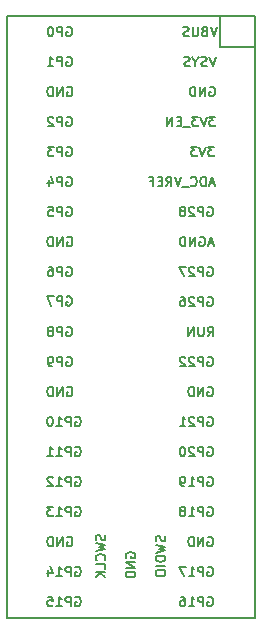
<source format=gbr>
%TF.GenerationSoftware,KiCad,Pcbnew,8.0.7*%
%TF.CreationDate,2025-01-01T06:24:57-05:00*%
%TF.ProjectId,kicad_macropad,6b696361-645f-46d6-9163-726f7061642e,rev?*%
%TF.SameCoordinates,Original*%
%TF.FileFunction,Legend,Bot*%
%TF.FilePolarity,Positive*%
%FSLAX46Y46*%
G04 Gerber Fmt 4.6, Leading zero omitted, Abs format (unit mm)*
G04 Created by KiCad (PCBNEW 8.0.7) date 2025-01-01 06:24:57*
%MOMM*%
%LPD*%
G01*
G04 APERTURE LIST*
%ADD10C,0.150000*%
%ADD11C,1.050000*%
%ADD12C,1.200000*%
%ADD13O,1.700000X1.700000*%
%ADD14R,1.700000X1.700000*%
G04 APERTURE END LIST*
D10*
X84631428Y-103945390D02*
X84707618Y-103907295D01*
X84707618Y-103907295D02*
X84821904Y-103907295D01*
X84821904Y-103907295D02*
X84936190Y-103945390D01*
X84936190Y-103945390D02*
X85012380Y-104021580D01*
X85012380Y-104021580D02*
X85050475Y-104097771D01*
X85050475Y-104097771D02*
X85088571Y-104250152D01*
X85088571Y-104250152D02*
X85088571Y-104364438D01*
X85088571Y-104364438D02*
X85050475Y-104516819D01*
X85050475Y-104516819D02*
X85012380Y-104593009D01*
X85012380Y-104593009D02*
X84936190Y-104669200D01*
X84936190Y-104669200D02*
X84821904Y-104707295D01*
X84821904Y-104707295D02*
X84745713Y-104707295D01*
X84745713Y-104707295D02*
X84631428Y-104669200D01*
X84631428Y-104669200D02*
X84593332Y-104631104D01*
X84593332Y-104631104D02*
X84593332Y-104364438D01*
X84593332Y-104364438D02*
X84745713Y-104364438D01*
X84250475Y-104707295D02*
X84250475Y-103907295D01*
X84250475Y-103907295D02*
X83945713Y-103907295D01*
X83945713Y-103907295D02*
X83869523Y-103945390D01*
X83869523Y-103945390D02*
X83831428Y-103983485D01*
X83831428Y-103983485D02*
X83793332Y-104059676D01*
X83793332Y-104059676D02*
X83793332Y-104173961D01*
X83793332Y-104173961D02*
X83831428Y-104250152D01*
X83831428Y-104250152D02*
X83869523Y-104288247D01*
X83869523Y-104288247D02*
X83945713Y-104326342D01*
X83945713Y-104326342D02*
X84250475Y-104326342D01*
X83526666Y-103907295D02*
X83031428Y-103907295D01*
X83031428Y-103907295D02*
X83298094Y-104212057D01*
X83298094Y-104212057D02*
X83183809Y-104212057D01*
X83183809Y-104212057D02*
X83107618Y-104250152D01*
X83107618Y-104250152D02*
X83069523Y-104288247D01*
X83069523Y-104288247D02*
X83031428Y-104364438D01*
X83031428Y-104364438D02*
X83031428Y-104554914D01*
X83031428Y-104554914D02*
X83069523Y-104631104D01*
X83069523Y-104631104D02*
X83107618Y-104669200D01*
X83107618Y-104669200D02*
X83183809Y-104707295D01*
X83183809Y-104707295D02*
X83412380Y-104707295D01*
X83412380Y-104707295D02*
X83488571Y-104669200D01*
X83488571Y-104669200D02*
X83526666Y-104631104D01*
X84631428Y-119185390D02*
X84707618Y-119147295D01*
X84707618Y-119147295D02*
X84821904Y-119147295D01*
X84821904Y-119147295D02*
X84936190Y-119185390D01*
X84936190Y-119185390D02*
X85012380Y-119261580D01*
X85012380Y-119261580D02*
X85050475Y-119337771D01*
X85050475Y-119337771D02*
X85088571Y-119490152D01*
X85088571Y-119490152D02*
X85088571Y-119604438D01*
X85088571Y-119604438D02*
X85050475Y-119756819D01*
X85050475Y-119756819D02*
X85012380Y-119833009D01*
X85012380Y-119833009D02*
X84936190Y-119909200D01*
X84936190Y-119909200D02*
X84821904Y-119947295D01*
X84821904Y-119947295D02*
X84745713Y-119947295D01*
X84745713Y-119947295D02*
X84631428Y-119909200D01*
X84631428Y-119909200D02*
X84593332Y-119871104D01*
X84593332Y-119871104D02*
X84593332Y-119604438D01*
X84593332Y-119604438D02*
X84745713Y-119604438D01*
X84250475Y-119947295D02*
X84250475Y-119147295D01*
X84250475Y-119147295D02*
X83945713Y-119147295D01*
X83945713Y-119147295D02*
X83869523Y-119185390D01*
X83869523Y-119185390D02*
X83831428Y-119223485D01*
X83831428Y-119223485D02*
X83793332Y-119299676D01*
X83793332Y-119299676D02*
X83793332Y-119413961D01*
X83793332Y-119413961D02*
X83831428Y-119490152D01*
X83831428Y-119490152D02*
X83869523Y-119528247D01*
X83869523Y-119528247D02*
X83945713Y-119566342D01*
X83945713Y-119566342D02*
X84250475Y-119566342D01*
X83336190Y-119490152D02*
X83412380Y-119452057D01*
X83412380Y-119452057D02*
X83450475Y-119413961D01*
X83450475Y-119413961D02*
X83488571Y-119337771D01*
X83488571Y-119337771D02*
X83488571Y-119299676D01*
X83488571Y-119299676D02*
X83450475Y-119223485D01*
X83450475Y-119223485D02*
X83412380Y-119185390D01*
X83412380Y-119185390D02*
X83336190Y-119147295D01*
X83336190Y-119147295D02*
X83183809Y-119147295D01*
X83183809Y-119147295D02*
X83107618Y-119185390D01*
X83107618Y-119185390D02*
X83069523Y-119223485D01*
X83069523Y-119223485D02*
X83031428Y-119299676D01*
X83031428Y-119299676D02*
X83031428Y-119337771D01*
X83031428Y-119337771D02*
X83069523Y-119413961D01*
X83069523Y-119413961D02*
X83107618Y-119452057D01*
X83107618Y-119452057D02*
X83183809Y-119490152D01*
X83183809Y-119490152D02*
X83336190Y-119490152D01*
X83336190Y-119490152D02*
X83412380Y-119528247D01*
X83412380Y-119528247D02*
X83450475Y-119566342D01*
X83450475Y-119566342D02*
X83488571Y-119642533D01*
X83488571Y-119642533D02*
X83488571Y-119794914D01*
X83488571Y-119794914D02*
X83450475Y-119871104D01*
X83450475Y-119871104D02*
X83412380Y-119909200D01*
X83412380Y-119909200D02*
X83336190Y-119947295D01*
X83336190Y-119947295D02*
X83183809Y-119947295D01*
X83183809Y-119947295D02*
X83107618Y-119909200D01*
X83107618Y-119909200D02*
X83069523Y-119871104D01*
X83069523Y-119871104D02*
X83031428Y-119794914D01*
X83031428Y-119794914D02*
X83031428Y-119642533D01*
X83031428Y-119642533D02*
X83069523Y-119566342D01*
X83069523Y-119566342D02*
X83107618Y-119528247D01*
X83107618Y-119528247D02*
X83183809Y-119490152D01*
X96592381Y-131885390D02*
X96668571Y-131847295D01*
X96668571Y-131847295D02*
X96782857Y-131847295D01*
X96782857Y-131847295D02*
X96897143Y-131885390D01*
X96897143Y-131885390D02*
X96973333Y-131961580D01*
X96973333Y-131961580D02*
X97011428Y-132037771D01*
X97011428Y-132037771D02*
X97049524Y-132190152D01*
X97049524Y-132190152D02*
X97049524Y-132304438D01*
X97049524Y-132304438D02*
X97011428Y-132456819D01*
X97011428Y-132456819D02*
X96973333Y-132533009D01*
X96973333Y-132533009D02*
X96897143Y-132609200D01*
X96897143Y-132609200D02*
X96782857Y-132647295D01*
X96782857Y-132647295D02*
X96706666Y-132647295D01*
X96706666Y-132647295D02*
X96592381Y-132609200D01*
X96592381Y-132609200D02*
X96554285Y-132571104D01*
X96554285Y-132571104D02*
X96554285Y-132304438D01*
X96554285Y-132304438D02*
X96706666Y-132304438D01*
X96211428Y-132647295D02*
X96211428Y-131847295D01*
X96211428Y-131847295D02*
X95906666Y-131847295D01*
X95906666Y-131847295D02*
X95830476Y-131885390D01*
X95830476Y-131885390D02*
X95792381Y-131923485D01*
X95792381Y-131923485D02*
X95754285Y-131999676D01*
X95754285Y-131999676D02*
X95754285Y-132113961D01*
X95754285Y-132113961D02*
X95792381Y-132190152D01*
X95792381Y-132190152D02*
X95830476Y-132228247D01*
X95830476Y-132228247D02*
X95906666Y-132266342D01*
X95906666Y-132266342D02*
X96211428Y-132266342D01*
X94992381Y-132647295D02*
X95449524Y-132647295D01*
X95220952Y-132647295D02*
X95220952Y-131847295D01*
X95220952Y-131847295D02*
X95297143Y-131961580D01*
X95297143Y-131961580D02*
X95373333Y-132037771D01*
X95373333Y-132037771D02*
X95449524Y-132075866D01*
X94611428Y-132647295D02*
X94459047Y-132647295D01*
X94459047Y-132647295D02*
X94382857Y-132609200D01*
X94382857Y-132609200D02*
X94344761Y-132571104D01*
X94344761Y-132571104D02*
X94268571Y-132456819D01*
X94268571Y-132456819D02*
X94230476Y-132304438D01*
X94230476Y-132304438D02*
X94230476Y-131999676D01*
X94230476Y-131999676D02*
X94268571Y-131923485D01*
X94268571Y-131923485D02*
X94306666Y-131885390D01*
X94306666Y-131885390D02*
X94382857Y-131847295D01*
X94382857Y-131847295D02*
X94535238Y-131847295D01*
X94535238Y-131847295D02*
X94611428Y-131885390D01*
X94611428Y-131885390D02*
X94649523Y-131923485D01*
X94649523Y-131923485D02*
X94687619Y-131999676D01*
X94687619Y-131999676D02*
X94687619Y-132190152D01*
X94687619Y-132190152D02*
X94649523Y-132266342D01*
X94649523Y-132266342D02*
X94611428Y-132304438D01*
X94611428Y-132304438D02*
X94535238Y-132342533D01*
X94535238Y-132342533D02*
X94382857Y-132342533D01*
X94382857Y-132342533D02*
X94306666Y-132304438D01*
X94306666Y-132304438D02*
X94268571Y-132266342D01*
X94268571Y-132266342D02*
X94230476Y-132190152D01*
X85362381Y-131885390D02*
X85438571Y-131847295D01*
X85438571Y-131847295D02*
X85552857Y-131847295D01*
X85552857Y-131847295D02*
X85667143Y-131885390D01*
X85667143Y-131885390D02*
X85743333Y-131961580D01*
X85743333Y-131961580D02*
X85781428Y-132037771D01*
X85781428Y-132037771D02*
X85819524Y-132190152D01*
X85819524Y-132190152D02*
X85819524Y-132304438D01*
X85819524Y-132304438D02*
X85781428Y-132456819D01*
X85781428Y-132456819D02*
X85743333Y-132533009D01*
X85743333Y-132533009D02*
X85667143Y-132609200D01*
X85667143Y-132609200D02*
X85552857Y-132647295D01*
X85552857Y-132647295D02*
X85476666Y-132647295D01*
X85476666Y-132647295D02*
X85362381Y-132609200D01*
X85362381Y-132609200D02*
X85324285Y-132571104D01*
X85324285Y-132571104D02*
X85324285Y-132304438D01*
X85324285Y-132304438D02*
X85476666Y-132304438D01*
X84981428Y-132647295D02*
X84981428Y-131847295D01*
X84981428Y-131847295D02*
X84676666Y-131847295D01*
X84676666Y-131847295D02*
X84600476Y-131885390D01*
X84600476Y-131885390D02*
X84562381Y-131923485D01*
X84562381Y-131923485D02*
X84524285Y-131999676D01*
X84524285Y-131999676D02*
X84524285Y-132113961D01*
X84524285Y-132113961D02*
X84562381Y-132190152D01*
X84562381Y-132190152D02*
X84600476Y-132228247D01*
X84600476Y-132228247D02*
X84676666Y-132266342D01*
X84676666Y-132266342D02*
X84981428Y-132266342D01*
X83762381Y-132647295D02*
X84219524Y-132647295D01*
X83990952Y-132647295D02*
X83990952Y-131847295D01*
X83990952Y-131847295D02*
X84067143Y-131961580D01*
X84067143Y-131961580D02*
X84143333Y-132037771D01*
X84143333Y-132037771D02*
X84219524Y-132075866D01*
X83457619Y-131923485D02*
X83419523Y-131885390D01*
X83419523Y-131885390D02*
X83343333Y-131847295D01*
X83343333Y-131847295D02*
X83152857Y-131847295D01*
X83152857Y-131847295D02*
X83076666Y-131885390D01*
X83076666Y-131885390D02*
X83038571Y-131923485D01*
X83038571Y-131923485D02*
X83000476Y-131999676D01*
X83000476Y-131999676D02*
X83000476Y-132075866D01*
X83000476Y-132075866D02*
X83038571Y-132190152D01*
X83038571Y-132190152D02*
X83495714Y-132647295D01*
X83495714Y-132647295D02*
X83000476Y-132647295D01*
X92964200Y-136869761D02*
X93002295Y-136984047D01*
X93002295Y-136984047D02*
X93002295Y-137174523D01*
X93002295Y-137174523D02*
X92964200Y-137250714D01*
X92964200Y-137250714D02*
X92926104Y-137288809D01*
X92926104Y-137288809D02*
X92849914Y-137326904D01*
X92849914Y-137326904D02*
X92773723Y-137326904D01*
X92773723Y-137326904D02*
X92697533Y-137288809D01*
X92697533Y-137288809D02*
X92659438Y-137250714D01*
X92659438Y-137250714D02*
X92621342Y-137174523D01*
X92621342Y-137174523D02*
X92583247Y-137022142D01*
X92583247Y-137022142D02*
X92545152Y-136945952D01*
X92545152Y-136945952D02*
X92507057Y-136907857D01*
X92507057Y-136907857D02*
X92430866Y-136869761D01*
X92430866Y-136869761D02*
X92354676Y-136869761D01*
X92354676Y-136869761D02*
X92278485Y-136907857D01*
X92278485Y-136907857D02*
X92240390Y-136945952D01*
X92240390Y-136945952D02*
X92202295Y-137022142D01*
X92202295Y-137022142D02*
X92202295Y-137212619D01*
X92202295Y-137212619D02*
X92240390Y-137326904D01*
X92202295Y-137593571D02*
X93002295Y-137784047D01*
X93002295Y-137784047D02*
X92430866Y-137936428D01*
X92430866Y-137936428D02*
X93002295Y-138088809D01*
X93002295Y-138088809D02*
X92202295Y-138279286D01*
X93002295Y-138584048D02*
X92202295Y-138584048D01*
X92202295Y-138584048D02*
X92202295Y-138774524D01*
X92202295Y-138774524D02*
X92240390Y-138888810D01*
X92240390Y-138888810D02*
X92316580Y-138965000D01*
X92316580Y-138965000D02*
X92392771Y-139003095D01*
X92392771Y-139003095D02*
X92545152Y-139041191D01*
X92545152Y-139041191D02*
X92659438Y-139041191D01*
X92659438Y-139041191D02*
X92811819Y-139003095D01*
X92811819Y-139003095D02*
X92888009Y-138965000D01*
X92888009Y-138965000D02*
X92964200Y-138888810D01*
X92964200Y-138888810D02*
X93002295Y-138774524D01*
X93002295Y-138774524D02*
X93002295Y-138584048D01*
X93002295Y-139384048D02*
X92202295Y-139384048D01*
X92202295Y-139917381D02*
X92202295Y-140069762D01*
X92202295Y-140069762D02*
X92240390Y-140145952D01*
X92240390Y-140145952D02*
X92316580Y-140222143D01*
X92316580Y-140222143D02*
X92468961Y-140260238D01*
X92468961Y-140260238D02*
X92735628Y-140260238D01*
X92735628Y-140260238D02*
X92888009Y-140222143D01*
X92888009Y-140222143D02*
X92964200Y-140145952D01*
X92964200Y-140145952D02*
X93002295Y-140069762D01*
X93002295Y-140069762D02*
X93002295Y-139917381D01*
X93002295Y-139917381D02*
X92964200Y-139841190D01*
X92964200Y-139841190D02*
X92888009Y-139765000D01*
X92888009Y-139765000D02*
X92735628Y-139726904D01*
X92735628Y-139726904D02*
X92468961Y-139726904D01*
X92468961Y-139726904D02*
X92316580Y-139765000D01*
X92316580Y-139765000D02*
X92240390Y-139841190D01*
X92240390Y-139841190D02*
X92202295Y-139917381D01*
X84631428Y-109025390D02*
X84707618Y-108987295D01*
X84707618Y-108987295D02*
X84821904Y-108987295D01*
X84821904Y-108987295D02*
X84936190Y-109025390D01*
X84936190Y-109025390D02*
X85012380Y-109101580D01*
X85012380Y-109101580D02*
X85050475Y-109177771D01*
X85050475Y-109177771D02*
X85088571Y-109330152D01*
X85088571Y-109330152D02*
X85088571Y-109444438D01*
X85088571Y-109444438D02*
X85050475Y-109596819D01*
X85050475Y-109596819D02*
X85012380Y-109673009D01*
X85012380Y-109673009D02*
X84936190Y-109749200D01*
X84936190Y-109749200D02*
X84821904Y-109787295D01*
X84821904Y-109787295D02*
X84745713Y-109787295D01*
X84745713Y-109787295D02*
X84631428Y-109749200D01*
X84631428Y-109749200D02*
X84593332Y-109711104D01*
X84593332Y-109711104D02*
X84593332Y-109444438D01*
X84593332Y-109444438D02*
X84745713Y-109444438D01*
X84250475Y-109787295D02*
X84250475Y-108987295D01*
X84250475Y-108987295D02*
X83945713Y-108987295D01*
X83945713Y-108987295D02*
X83869523Y-109025390D01*
X83869523Y-109025390D02*
X83831428Y-109063485D01*
X83831428Y-109063485D02*
X83793332Y-109139676D01*
X83793332Y-109139676D02*
X83793332Y-109253961D01*
X83793332Y-109253961D02*
X83831428Y-109330152D01*
X83831428Y-109330152D02*
X83869523Y-109368247D01*
X83869523Y-109368247D02*
X83945713Y-109406342D01*
X83945713Y-109406342D02*
X84250475Y-109406342D01*
X83069523Y-108987295D02*
X83450475Y-108987295D01*
X83450475Y-108987295D02*
X83488571Y-109368247D01*
X83488571Y-109368247D02*
X83450475Y-109330152D01*
X83450475Y-109330152D02*
X83374285Y-109292057D01*
X83374285Y-109292057D02*
X83183809Y-109292057D01*
X83183809Y-109292057D02*
X83107618Y-109330152D01*
X83107618Y-109330152D02*
X83069523Y-109368247D01*
X83069523Y-109368247D02*
X83031428Y-109444438D01*
X83031428Y-109444438D02*
X83031428Y-109634914D01*
X83031428Y-109634914D02*
X83069523Y-109711104D01*
X83069523Y-109711104D02*
X83107618Y-109749200D01*
X83107618Y-109749200D02*
X83183809Y-109787295D01*
X83183809Y-109787295D02*
X83374285Y-109787295D01*
X83374285Y-109787295D02*
X83450475Y-109749200D01*
X83450475Y-109749200D02*
X83488571Y-109711104D01*
X84631428Y-106485390D02*
X84707618Y-106447295D01*
X84707618Y-106447295D02*
X84821904Y-106447295D01*
X84821904Y-106447295D02*
X84936190Y-106485390D01*
X84936190Y-106485390D02*
X85012380Y-106561580D01*
X85012380Y-106561580D02*
X85050475Y-106637771D01*
X85050475Y-106637771D02*
X85088571Y-106790152D01*
X85088571Y-106790152D02*
X85088571Y-106904438D01*
X85088571Y-106904438D02*
X85050475Y-107056819D01*
X85050475Y-107056819D02*
X85012380Y-107133009D01*
X85012380Y-107133009D02*
X84936190Y-107209200D01*
X84936190Y-107209200D02*
X84821904Y-107247295D01*
X84821904Y-107247295D02*
X84745713Y-107247295D01*
X84745713Y-107247295D02*
X84631428Y-107209200D01*
X84631428Y-107209200D02*
X84593332Y-107171104D01*
X84593332Y-107171104D02*
X84593332Y-106904438D01*
X84593332Y-106904438D02*
X84745713Y-106904438D01*
X84250475Y-107247295D02*
X84250475Y-106447295D01*
X84250475Y-106447295D02*
X83945713Y-106447295D01*
X83945713Y-106447295D02*
X83869523Y-106485390D01*
X83869523Y-106485390D02*
X83831428Y-106523485D01*
X83831428Y-106523485D02*
X83793332Y-106599676D01*
X83793332Y-106599676D02*
X83793332Y-106713961D01*
X83793332Y-106713961D02*
X83831428Y-106790152D01*
X83831428Y-106790152D02*
X83869523Y-106828247D01*
X83869523Y-106828247D02*
X83945713Y-106866342D01*
X83945713Y-106866342D02*
X84250475Y-106866342D01*
X83107618Y-106713961D02*
X83107618Y-107247295D01*
X83298094Y-106409200D02*
X83488571Y-106980628D01*
X83488571Y-106980628D02*
X82993332Y-106980628D01*
X84669523Y-124265390D02*
X84745713Y-124227295D01*
X84745713Y-124227295D02*
X84859999Y-124227295D01*
X84859999Y-124227295D02*
X84974285Y-124265390D01*
X84974285Y-124265390D02*
X85050475Y-124341580D01*
X85050475Y-124341580D02*
X85088570Y-124417771D01*
X85088570Y-124417771D02*
X85126666Y-124570152D01*
X85126666Y-124570152D02*
X85126666Y-124684438D01*
X85126666Y-124684438D02*
X85088570Y-124836819D01*
X85088570Y-124836819D02*
X85050475Y-124913009D01*
X85050475Y-124913009D02*
X84974285Y-124989200D01*
X84974285Y-124989200D02*
X84859999Y-125027295D01*
X84859999Y-125027295D02*
X84783808Y-125027295D01*
X84783808Y-125027295D02*
X84669523Y-124989200D01*
X84669523Y-124989200D02*
X84631427Y-124951104D01*
X84631427Y-124951104D02*
X84631427Y-124684438D01*
X84631427Y-124684438D02*
X84783808Y-124684438D01*
X84288570Y-125027295D02*
X84288570Y-124227295D01*
X84288570Y-124227295D02*
X83831427Y-125027295D01*
X83831427Y-125027295D02*
X83831427Y-124227295D01*
X83450475Y-125027295D02*
X83450475Y-124227295D01*
X83450475Y-124227295D02*
X83259999Y-124227295D01*
X83259999Y-124227295D02*
X83145713Y-124265390D01*
X83145713Y-124265390D02*
X83069523Y-124341580D01*
X83069523Y-124341580D02*
X83031428Y-124417771D01*
X83031428Y-124417771D02*
X82993332Y-124570152D01*
X82993332Y-124570152D02*
X82993332Y-124684438D01*
X82993332Y-124684438D02*
X83031428Y-124836819D01*
X83031428Y-124836819D02*
X83069523Y-124913009D01*
X83069523Y-124913009D02*
X83145713Y-124989200D01*
X83145713Y-124989200D02*
X83259999Y-125027295D01*
X83259999Y-125027295D02*
X83450475Y-125027295D01*
X96592381Y-114115390D02*
X96668571Y-114077295D01*
X96668571Y-114077295D02*
X96782857Y-114077295D01*
X96782857Y-114077295D02*
X96897143Y-114115390D01*
X96897143Y-114115390D02*
X96973333Y-114191580D01*
X96973333Y-114191580D02*
X97011428Y-114267771D01*
X97011428Y-114267771D02*
X97049524Y-114420152D01*
X97049524Y-114420152D02*
X97049524Y-114534438D01*
X97049524Y-114534438D02*
X97011428Y-114686819D01*
X97011428Y-114686819D02*
X96973333Y-114763009D01*
X96973333Y-114763009D02*
X96897143Y-114839200D01*
X96897143Y-114839200D02*
X96782857Y-114877295D01*
X96782857Y-114877295D02*
X96706666Y-114877295D01*
X96706666Y-114877295D02*
X96592381Y-114839200D01*
X96592381Y-114839200D02*
X96554285Y-114801104D01*
X96554285Y-114801104D02*
X96554285Y-114534438D01*
X96554285Y-114534438D02*
X96706666Y-114534438D01*
X96211428Y-114877295D02*
X96211428Y-114077295D01*
X96211428Y-114077295D02*
X95906666Y-114077295D01*
X95906666Y-114077295D02*
X95830476Y-114115390D01*
X95830476Y-114115390D02*
X95792381Y-114153485D01*
X95792381Y-114153485D02*
X95754285Y-114229676D01*
X95754285Y-114229676D02*
X95754285Y-114343961D01*
X95754285Y-114343961D02*
X95792381Y-114420152D01*
X95792381Y-114420152D02*
X95830476Y-114458247D01*
X95830476Y-114458247D02*
X95906666Y-114496342D01*
X95906666Y-114496342D02*
X96211428Y-114496342D01*
X95449524Y-114153485D02*
X95411428Y-114115390D01*
X95411428Y-114115390D02*
X95335238Y-114077295D01*
X95335238Y-114077295D02*
X95144762Y-114077295D01*
X95144762Y-114077295D02*
X95068571Y-114115390D01*
X95068571Y-114115390D02*
X95030476Y-114153485D01*
X95030476Y-114153485D02*
X94992381Y-114229676D01*
X94992381Y-114229676D02*
X94992381Y-114305866D01*
X94992381Y-114305866D02*
X95030476Y-114420152D01*
X95030476Y-114420152D02*
X95487619Y-114877295D01*
X95487619Y-114877295D02*
X94992381Y-114877295D01*
X94725714Y-114077295D02*
X94192380Y-114077295D01*
X94192380Y-114077295D02*
X94535238Y-114877295D01*
X85362381Y-126805390D02*
X85438571Y-126767295D01*
X85438571Y-126767295D02*
X85552857Y-126767295D01*
X85552857Y-126767295D02*
X85667143Y-126805390D01*
X85667143Y-126805390D02*
X85743333Y-126881580D01*
X85743333Y-126881580D02*
X85781428Y-126957771D01*
X85781428Y-126957771D02*
X85819524Y-127110152D01*
X85819524Y-127110152D02*
X85819524Y-127224438D01*
X85819524Y-127224438D02*
X85781428Y-127376819D01*
X85781428Y-127376819D02*
X85743333Y-127453009D01*
X85743333Y-127453009D02*
X85667143Y-127529200D01*
X85667143Y-127529200D02*
X85552857Y-127567295D01*
X85552857Y-127567295D02*
X85476666Y-127567295D01*
X85476666Y-127567295D02*
X85362381Y-127529200D01*
X85362381Y-127529200D02*
X85324285Y-127491104D01*
X85324285Y-127491104D02*
X85324285Y-127224438D01*
X85324285Y-127224438D02*
X85476666Y-127224438D01*
X84981428Y-127567295D02*
X84981428Y-126767295D01*
X84981428Y-126767295D02*
X84676666Y-126767295D01*
X84676666Y-126767295D02*
X84600476Y-126805390D01*
X84600476Y-126805390D02*
X84562381Y-126843485D01*
X84562381Y-126843485D02*
X84524285Y-126919676D01*
X84524285Y-126919676D02*
X84524285Y-127033961D01*
X84524285Y-127033961D02*
X84562381Y-127110152D01*
X84562381Y-127110152D02*
X84600476Y-127148247D01*
X84600476Y-127148247D02*
X84676666Y-127186342D01*
X84676666Y-127186342D02*
X84981428Y-127186342D01*
X83762381Y-127567295D02*
X84219524Y-127567295D01*
X83990952Y-127567295D02*
X83990952Y-126767295D01*
X83990952Y-126767295D02*
X84067143Y-126881580D01*
X84067143Y-126881580D02*
X84143333Y-126957771D01*
X84143333Y-126957771D02*
X84219524Y-126995866D01*
X83267142Y-126767295D02*
X83190952Y-126767295D01*
X83190952Y-126767295D02*
X83114761Y-126805390D01*
X83114761Y-126805390D02*
X83076666Y-126843485D01*
X83076666Y-126843485D02*
X83038571Y-126919676D01*
X83038571Y-126919676D02*
X83000476Y-127072057D01*
X83000476Y-127072057D02*
X83000476Y-127262533D01*
X83000476Y-127262533D02*
X83038571Y-127414914D01*
X83038571Y-127414914D02*
X83076666Y-127491104D01*
X83076666Y-127491104D02*
X83114761Y-127529200D01*
X83114761Y-127529200D02*
X83190952Y-127567295D01*
X83190952Y-127567295D02*
X83267142Y-127567295D01*
X83267142Y-127567295D02*
X83343333Y-127529200D01*
X83343333Y-127529200D02*
X83381428Y-127491104D01*
X83381428Y-127491104D02*
X83419523Y-127414914D01*
X83419523Y-127414914D02*
X83457619Y-127262533D01*
X83457619Y-127262533D02*
X83457619Y-127072057D01*
X83457619Y-127072057D02*
X83419523Y-126919676D01*
X83419523Y-126919676D02*
X83381428Y-126843485D01*
X83381428Y-126843485D02*
X83343333Y-126805390D01*
X83343333Y-126805390D02*
X83267142Y-126767295D01*
X84669523Y-98865390D02*
X84745713Y-98827295D01*
X84745713Y-98827295D02*
X84859999Y-98827295D01*
X84859999Y-98827295D02*
X84974285Y-98865390D01*
X84974285Y-98865390D02*
X85050475Y-98941580D01*
X85050475Y-98941580D02*
X85088570Y-99017771D01*
X85088570Y-99017771D02*
X85126666Y-99170152D01*
X85126666Y-99170152D02*
X85126666Y-99284438D01*
X85126666Y-99284438D02*
X85088570Y-99436819D01*
X85088570Y-99436819D02*
X85050475Y-99513009D01*
X85050475Y-99513009D02*
X84974285Y-99589200D01*
X84974285Y-99589200D02*
X84859999Y-99627295D01*
X84859999Y-99627295D02*
X84783808Y-99627295D01*
X84783808Y-99627295D02*
X84669523Y-99589200D01*
X84669523Y-99589200D02*
X84631427Y-99551104D01*
X84631427Y-99551104D02*
X84631427Y-99284438D01*
X84631427Y-99284438D02*
X84783808Y-99284438D01*
X84288570Y-99627295D02*
X84288570Y-98827295D01*
X84288570Y-98827295D02*
X83831427Y-99627295D01*
X83831427Y-99627295D02*
X83831427Y-98827295D01*
X83450475Y-99627295D02*
X83450475Y-98827295D01*
X83450475Y-98827295D02*
X83259999Y-98827295D01*
X83259999Y-98827295D02*
X83145713Y-98865390D01*
X83145713Y-98865390D02*
X83069523Y-98941580D01*
X83069523Y-98941580D02*
X83031428Y-99017771D01*
X83031428Y-99017771D02*
X82993332Y-99170152D01*
X82993332Y-99170152D02*
X82993332Y-99284438D01*
X82993332Y-99284438D02*
X83031428Y-99436819D01*
X83031428Y-99436819D02*
X83069523Y-99513009D01*
X83069523Y-99513009D02*
X83145713Y-99589200D01*
X83145713Y-99589200D02*
X83259999Y-99627295D01*
X83259999Y-99627295D02*
X83450475Y-99627295D01*
X96592381Y-139505390D02*
X96668571Y-139467295D01*
X96668571Y-139467295D02*
X96782857Y-139467295D01*
X96782857Y-139467295D02*
X96897143Y-139505390D01*
X96897143Y-139505390D02*
X96973333Y-139581580D01*
X96973333Y-139581580D02*
X97011428Y-139657771D01*
X97011428Y-139657771D02*
X97049524Y-139810152D01*
X97049524Y-139810152D02*
X97049524Y-139924438D01*
X97049524Y-139924438D02*
X97011428Y-140076819D01*
X97011428Y-140076819D02*
X96973333Y-140153009D01*
X96973333Y-140153009D02*
X96897143Y-140229200D01*
X96897143Y-140229200D02*
X96782857Y-140267295D01*
X96782857Y-140267295D02*
X96706666Y-140267295D01*
X96706666Y-140267295D02*
X96592381Y-140229200D01*
X96592381Y-140229200D02*
X96554285Y-140191104D01*
X96554285Y-140191104D02*
X96554285Y-139924438D01*
X96554285Y-139924438D02*
X96706666Y-139924438D01*
X96211428Y-140267295D02*
X96211428Y-139467295D01*
X96211428Y-139467295D02*
X95906666Y-139467295D01*
X95906666Y-139467295D02*
X95830476Y-139505390D01*
X95830476Y-139505390D02*
X95792381Y-139543485D01*
X95792381Y-139543485D02*
X95754285Y-139619676D01*
X95754285Y-139619676D02*
X95754285Y-139733961D01*
X95754285Y-139733961D02*
X95792381Y-139810152D01*
X95792381Y-139810152D02*
X95830476Y-139848247D01*
X95830476Y-139848247D02*
X95906666Y-139886342D01*
X95906666Y-139886342D02*
X96211428Y-139886342D01*
X94992381Y-140267295D02*
X95449524Y-140267295D01*
X95220952Y-140267295D02*
X95220952Y-139467295D01*
X95220952Y-139467295D02*
X95297143Y-139581580D01*
X95297143Y-139581580D02*
X95373333Y-139657771D01*
X95373333Y-139657771D02*
X95449524Y-139695866D01*
X94725714Y-139467295D02*
X94192380Y-139467295D01*
X94192380Y-139467295D02*
X94535238Y-140267295D01*
X96599523Y-136965390D02*
X96675713Y-136927295D01*
X96675713Y-136927295D02*
X96789999Y-136927295D01*
X96789999Y-136927295D02*
X96904285Y-136965390D01*
X96904285Y-136965390D02*
X96980475Y-137041580D01*
X96980475Y-137041580D02*
X97018570Y-137117771D01*
X97018570Y-137117771D02*
X97056666Y-137270152D01*
X97056666Y-137270152D02*
X97056666Y-137384438D01*
X97056666Y-137384438D02*
X97018570Y-137536819D01*
X97018570Y-137536819D02*
X96980475Y-137613009D01*
X96980475Y-137613009D02*
X96904285Y-137689200D01*
X96904285Y-137689200D02*
X96789999Y-137727295D01*
X96789999Y-137727295D02*
X96713808Y-137727295D01*
X96713808Y-137727295D02*
X96599523Y-137689200D01*
X96599523Y-137689200D02*
X96561427Y-137651104D01*
X96561427Y-137651104D02*
X96561427Y-137384438D01*
X96561427Y-137384438D02*
X96713808Y-137384438D01*
X96218570Y-137727295D02*
X96218570Y-136927295D01*
X96218570Y-136927295D02*
X95761427Y-137727295D01*
X95761427Y-137727295D02*
X95761427Y-136927295D01*
X95380475Y-137727295D02*
X95380475Y-136927295D01*
X95380475Y-136927295D02*
X95189999Y-136927295D01*
X95189999Y-136927295D02*
X95075713Y-136965390D01*
X95075713Y-136965390D02*
X94999523Y-137041580D01*
X94999523Y-137041580D02*
X94961428Y-137117771D01*
X94961428Y-137117771D02*
X94923332Y-137270152D01*
X94923332Y-137270152D02*
X94923332Y-137384438D01*
X94923332Y-137384438D02*
X94961428Y-137536819D01*
X94961428Y-137536819D02*
X94999523Y-137613009D01*
X94999523Y-137613009D02*
X95075713Y-137689200D01*
X95075713Y-137689200D02*
X95189999Y-137727295D01*
X95189999Y-137727295D02*
X95380475Y-137727295D01*
X87884200Y-136755475D02*
X87922295Y-136869761D01*
X87922295Y-136869761D02*
X87922295Y-137060237D01*
X87922295Y-137060237D02*
X87884200Y-137136428D01*
X87884200Y-137136428D02*
X87846104Y-137174523D01*
X87846104Y-137174523D02*
X87769914Y-137212618D01*
X87769914Y-137212618D02*
X87693723Y-137212618D01*
X87693723Y-137212618D02*
X87617533Y-137174523D01*
X87617533Y-137174523D02*
X87579438Y-137136428D01*
X87579438Y-137136428D02*
X87541342Y-137060237D01*
X87541342Y-137060237D02*
X87503247Y-136907856D01*
X87503247Y-136907856D02*
X87465152Y-136831666D01*
X87465152Y-136831666D02*
X87427057Y-136793571D01*
X87427057Y-136793571D02*
X87350866Y-136755475D01*
X87350866Y-136755475D02*
X87274676Y-136755475D01*
X87274676Y-136755475D02*
X87198485Y-136793571D01*
X87198485Y-136793571D02*
X87160390Y-136831666D01*
X87160390Y-136831666D02*
X87122295Y-136907856D01*
X87122295Y-136907856D02*
X87122295Y-137098333D01*
X87122295Y-137098333D02*
X87160390Y-137212618D01*
X87122295Y-137479285D02*
X87922295Y-137669761D01*
X87922295Y-137669761D02*
X87350866Y-137822142D01*
X87350866Y-137822142D02*
X87922295Y-137974523D01*
X87922295Y-137974523D02*
X87122295Y-138165000D01*
X87846104Y-138926905D02*
X87884200Y-138888809D01*
X87884200Y-138888809D02*
X87922295Y-138774524D01*
X87922295Y-138774524D02*
X87922295Y-138698333D01*
X87922295Y-138698333D02*
X87884200Y-138584047D01*
X87884200Y-138584047D02*
X87808009Y-138507857D01*
X87808009Y-138507857D02*
X87731819Y-138469762D01*
X87731819Y-138469762D02*
X87579438Y-138431666D01*
X87579438Y-138431666D02*
X87465152Y-138431666D01*
X87465152Y-138431666D02*
X87312771Y-138469762D01*
X87312771Y-138469762D02*
X87236580Y-138507857D01*
X87236580Y-138507857D02*
X87160390Y-138584047D01*
X87160390Y-138584047D02*
X87122295Y-138698333D01*
X87122295Y-138698333D02*
X87122295Y-138774524D01*
X87122295Y-138774524D02*
X87160390Y-138888809D01*
X87160390Y-138888809D02*
X87198485Y-138926905D01*
X87922295Y-139650714D02*
X87922295Y-139269762D01*
X87922295Y-139269762D02*
X87122295Y-139269762D01*
X87922295Y-139917381D02*
X87122295Y-139917381D01*
X87922295Y-140374524D02*
X87465152Y-140031666D01*
X87122295Y-140374524D02*
X87579438Y-139917381D01*
X85362381Y-134425390D02*
X85438571Y-134387295D01*
X85438571Y-134387295D02*
X85552857Y-134387295D01*
X85552857Y-134387295D02*
X85667143Y-134425390D01*
X85667143Y-134425390D02*
X85743333Y-134501580D01*
X85743333Y-134501580D02*
X85781428Y-134577771D01*
X85781428Y-134577771D02*
X85819524Y-134730152D01*
X85819524Y-134730152D02*
X85819524Y-134844438D01*
X85819524Y-134844438D02*
X85781428Y-134996819D01*
X85781428Y-134996819D02*
X85743333Y-135073009D01*
X85743333Y-135073009D02*
X85667143Y-135149200D01*
X85667143Y-135149200D02*
X85552857Y-135187295D01*
X85552857Y-135187295D02*
X85476666Y-135187295D01*
X85476666Y-135187295D02*
X85362381Y-135149200D01*
X85362381Y-135149200D02*
X85324285Y-135111104D01*
X85324285Y-135111104D02*
X85324285Y-134844438D01*
X85324285Y-134844438D02*
X85476666Y-134844438D01*
X84981428Y-135187295D02*
X84981428Y-134387295D01*
X84981428Y-134387295D02*
X84676666Y-134387295D01*
X84676666Y-134387295D02*
X84600476Y-134425390D01*
X84600476Y-134425390D02*
X84562381Y-134463485D01*
X84562381Y-134463485D02*
X84524285Y-134539676D01*
X84524285Y-134539676D02*
X84524285Y-134653961D01*
X84524285Y-134653961D02*
X84562381Y-134730152D01*
X84562381Y-134730152D02*
X84600476Y-134768247D01*
X84600476Y-134768247D02*
X84676666Y-134806342D01*
X84676666Y-134806342D02*
X84981428Y-134806342D01*
X83762381Y-135187295D02*
X84219524Y-135187295D01*
X83990952Y-135187295D02*
X83990952Y-134387295D01*
X83990952Y-134387295D02*
X84067143Y-134501580D01*
X84067143Y-134501580D02*
X84143333Y-134577771D01*
X84143333Y-134577771D02*
X84219524Y-134615866D01*
X83495714Y-134387295D02*
X83000476Y-134387295D01*
X83000476Y-134387295D02*
X83267142Y-134692057D01*
X83267142Y-134692057D02*
X83152857Y-134692057D01*
X83152857Y-134692057D02*
X83076666Y-134730152D01*
X83076666Y-134730152D02*
X83038571Y-134768247D01*
X83038571Y-134768247D02*
X83000476Y-134844438D01*
X83000476Y-134844438D02*
X83000476Y-135034914D01*
X83000476Y-135034914D02*
X83038571Y-135111104D01*
X83038571Y-135111104D02*
X83076666Y-135149200D01*
X83076666Y-135149200D02*
X83152857Y-135187295D01*
X83152857Y-135187295D02*
X83381428Y-135187295D01*
X83381428Y-135187295D02*
X83457619Y-135149200D01*
X83457619Y-135149200D02*
X83495714Y-135111104D01*
X85362381Y-129345390D02*
X85438571Y-129307295D01*
X85438571Y-129307295D02*
X85552857Y-129307295D01*
X85552857Y-129307295D02*
X85667143Y-129345390D01*
X85667143Y-129345390D02*
X85743333Y-129421580D01*
X85743333Y-129421580D02*
X85781428Y-129497771D01*
X85781428Y-129497771D02*
X85819524Y-129650152D01*
X85819524Y-129650152D02*
X85819524Y-129764438D01*
X85819524Y-129764438D02*
X85781428Y-129916819D01*
X85781428Y-129916819D02*
X85743333Y-129993009D01*
X85743333Y-129993009D02*
X85667143Y-130069200D01*
X85667143Y-130069200D02*
X85552857Y-130107295D01*
X85552857Y-130107295D02*
X85476666Y-130107295D01*
X85476666Y-130107295D02*
X85362381Y-130069200D01*
X85362381Y-130069200D02*
X85324285Y-130031104D01*
X85324285Y-130031104D02*
X85324285Y-129764438D01*
X85324285Y-129764438D02*
X85476666Y-129764438D01*
X84981428Y-130107295D02*
X84981428Y-129307295D01*
X84981428Y-129307295D02*
X84676666Y-129307295D01*
X84676666Y-129307295D02*
X84600476Y-129345390D01*
X84600476Y-129345390D02*
X84562381Y-129383485D01*
X84562381Y-129383485D02*
X84524285Y-129459676D01*
X84524285Y-129459676D02*
X84524285Y-129573961D01*
X84524285Y-129573961D02*
X84562381Y-129650152D01*
X84562381Y-129650152D02*
X84600476Y-129688247D01*
X84600476Y-129688247D02*
X84676666Y-129726342D01*
X84676666Y-129726342D02*
X84981428Y-129726342D01*
X83762381Y-130107295D02*
X84219524Y-130107295D01*
X83990952Y-130107295D02*
X83990952Y-129307295D01*
X83990952Y-129307295D02*
X84067143Y-129421580D01*
X84067143Y-129421580D02*
X84143333Y-129497771D01*
X84143333Y-129497771D02*
X84219524Y-129535866D01*
X83000476Y-130107295D02*
X83457619Y-130107295D01*
X83229047Y-130107295D02*
X83229047Y-129307295D01*
X83229047Y-129307295D02*
X83305238Y-129421580D01*
X83305238Y-129421580D02*
X83381428Y-129497771D01*
X83381428Y-129497771D02*
X83457619Y-129535866D01*
X96592381Y-109025390D02*
X96668571Y-108987295D01*
X96668571Y-108987295D02*
X96782857Y-108987295D01*
X96782857Y-108987295D02*
X96897143Y-109025390D01*
X96897143Y-109025390D02*
X96973333Y-109101580D01*
X96973333Y-109101580D02*
X97011428Y-109177771D01*
X97011428Y-109177771D02*
X97049524Y-109330152D01*
X97049524Y-109330152D02*
X97049524Y-109444438D01*
X97049524Y-109444438D02*
X97011428Y-109596819D01*
X97011428Y-109596819D02*
X96973333Y-109673009D01*
X96973333Y-109673009D02*
X96897143Y-109749200D01*
X96897143Y-109749200D02*
X96782857Y-109787295D01*
X96782857Y-109787295D02*
X96706666Y-109787295D01*
X96706666Y-109787295D02*
X96592381Y-109749200D01*
X96592381Y-109749200D02*
X96554285Y-109711104D01*
X96554285Y-109711104D02*
X96554285Y-109444438D01*
X96554285Y-109444438D02*
X96706666Y-109444438D01*
X96211428Y-109787295D02*
X96211428Y-108987295D01*
X96211428Y-108987295D02*
X95906666Y-108987295D01*
X95906666Y-108987295D02*
X95830476Y-109025390D01*
X95830476Y-109025390D02*
X95792381Y-109063485D01*
X95792381Y-109063485D02*
X95754285Y-109139676D01*
X95754285Y-109139676D02*
X95754285Y-109253961D01*
X95754285Y-109253961D02*
X95792381Y-109330152D01*
X95792381Y-109330152D02*
X95830476Y-109368247D01*
X95830476Y-109368247D02*
X95906666Y-109406342D01*
X95906666Y-109406342D02*
X96211428Y-109406342D01*
X95449524Y-109063485D02*
X95411428Y-109025390D01*
X95411428Y-109025390D02*
X95335238Y-108987295D01*
X95335238Y-108987295D02*
X95144762Y-108987295D01*
X95144762Y-108987295D02*
X95068571Y-109025390D01*
X95068571Y-109025390D02*
X95030476Y-109063485D01*
X95030476Y-109063485D02*
X94992381Y-109139676D01*
X94992381Y-109139676D02*
X94992381Y-109215866D01*
X94992381Y-109215866D02*
X95030476Y-109330152D01*
X95030476Y-109330152D02*
X95487619Y-109787295D01*
X95487619Y-109787295D02*
X94992381Y-109787295D01*
X94535238Y-109330152D02*
X94611428Y-109292057D01*
X94611428Y-109292057D02*
X94649523Y-109253961D01*
X94649523Y-109253961D02*
X94687619Y-109177771D01*
X94687619Y-109177771D02*
X94687619Y-109139676D01*
X94687619Y-109139676D02*
X94649523Y-109063485D01*
X94649523Y-109063485D02*
X94611428Y-109025390D01*
X94611428Y-109025390D02*
X94535238Y-108987295D01*
X94535238Y-108987295D02*
X94382857Y-108987295D01*
X94382857Y-108987295D02*
X94306666Y-109025390D01*
X94306666Y-109025390D02*
X94268571Y-109063485D01*
X94268571Y-109063485D02*
X94230476Y-109139676D01*
X94230476Y-109139676D02*
X94230476Y-109177771D01*
X94230476Y-109177771D02*
X94268571Y-109253961D01*
X94268571Y-109253961D02*
X94306666Y-109292057D01*
X94306666Y-109292057D02*
X94382857Y-109330152D01*
X94382857Y-109330152D02*
X94535238Y-109330152D01*
X94535238Y-109330152D02*
X94611428Y-109368247D01*
X94611428Y-109368247D02*
X94649523Y-109406342D01*
X94649523Y-109406342D02*
X94687619Y-109482533D01*
X94687619Y-109482533D02*
X94687619Y-109634914D01*
X94687619Y-109634914D02*
X94649523Y-109711104D01*
X94649523Y-109711104D02*
X94611428Y-109749200D01*
X94611428Y-109749200D02*
X94535238Y-109787295D01*
X94535238Y-109787295D02*
X94382857Y-109787295D01*
X94382857Y-109787295D02*
X94306666Y-109749200D01*
X94306666Y-109749200D02*
X94268571Y-109711104D01*
X94268571Y-109711104D02*
X94230476Y-109634914D01*
X94230476Y-109634914D02*
X94230476Y-109482533D01*
X94230476Y-109482533D02*
X94268571Y-109406342D01*
X94268571Y-109406342D02*
X94306666Y-109368247D01*
X94306666Y-109368247D02*
X94382857Y-109330152D01*
X84669523Y-111565390D02*
X84745713Y-111527295D01*
X84745713Y-111527295D02*
X84859999Y-111527295D01*
X84859999Y-111527295D02*
X84974285Y-111565390D01*
X84974285Y-111565390D02*
X85050475Y-111641580D01*
X85050475Y-111641580D02*
X85088570Y-111717771D01*
X85088570Y-111717771D02*
X85126666Y-111870152D01*
X85126666Y-111870152D02*
X85126666Y-111984438D01*
X85126666Y-111984438D02*
X85088570Y-112136819D01*
X85088570Y-112136819D02*
X85050475Y-112213009D01*
X85050475Y-112213009D02*
X84974285Y-112289200D01*
X84974285Y-112289200D02*
X84859999Y-112327295D01*
X84859999Y-112327295D02*
X84783808Y-112327295D01*
X84783808Y-112327295D02*
X84669523Y-112289200D01*
X84669523Y-112289200D02*
X84631427Y-112251104D01*
X84631427Y-112251104D02*
X84631427Y-111984438D01*
X84631427Y-111984438D02*
X84783808Y-111984438D01*
X84288570Y-112327295D02*
X84288570Y-111527295D01*
X84288570Y-111527295D02*
X83831427Y-112327295D01*
X83831427Y-112327295D02*
X83831427Y-111527295D01*
X83450475Y-112327295D02*
X83450475Y-111527295D01*
X83450475Y-111527295D02*
X83259999Y-111527295D01*
X83259999Y-111527295D02*
X83145713Y-111565390D01*
X83145713Y-111565390D02*
X83069523Y-111641580D01*
X83069523Y-111641580D02*
X83031428Y-111717771D01*
X83031428Y-111717771D02*
X82993332Y-111870152D01*
X82993332Y-111870152D02*
X82993332Y-111984438D01*
X82993332Y-111984438D02*
X83031428Y-112136819D01*
X83031428Y-112136819D02*
X83069523Y-112213009D01*
X83069523Y-112213009D02*
X83145713Y-112289200D01*
X83145713Y-112289200D02*
X83259999Y-112327295D01*
X83259999Y-112327295D02*
X83450475Y-112327295D01*
X85362381Y-139505390D02*
X85438571Y-139467295D01*
X85438571Y-139467295D02*
X85552857Y-139467295D01*
X85552857Y-139467295D02*
X85667143Y-139505390D01*
X85667143Y-139505390D02*
X85743333Y-139581580D01*
X85743333Y-139581580D02*
X85781428Y-139657771D01*
X85781428Y-139657771D02*
X85819524Y-139810152D01*
X85819524Y-139810152D02*
X85819524Y-139924438D01*
X85819524Y-139924438D02*
X85781428Y-140076819D01*
X85781428Y-140076819D02*
X85743333Y-140153009D01*
X85743333Y-140153009D02*
X85667143Y-140229200D01*
X85667143Y-140229200D02*
X85552857Y-140267295D01*
X85552857Y-140267295D02*
X85476666Y-140267295D01*
X85476666Y-140267295D02*
X85362381Y-140229200D01*
X85362381Y-140229200D02*
X85324285Y-140191104D01*
X85324285Y-140191104D02*
X85324285Y-139924438D01*
X85324285Y-139924438D02*
X85476666Y-139924438D01*
X84981428Y-140267295D02*
X84981428Y-139467295D01*
X84981428Y-139467295D02*
X84676666Y-139467295D01*
X84676666Y-139467295D02*
X84600476Y-139505390D01*
X84600476Y-139505390D02*
X84562381Y-139543485D01*
X84562381Y-139543485D02*
X84524285Y-139619676D01*
X84524285Y-139619676D02*
X84524285Y-139733961D01*
X84524285Y-139733961D02*
X84562381Y-139810152D01*
X84562381Y-139810152D02*
X84600476Y-139848247D01*
X84600476Y-139848247D02*
X84676666Y-139886342D01*
X84676666Y-139886342D02*
X84981428Y-139886342D01*
X83762381Y-140267295D02*
X84219524Y-140267295D01*
X83990952Y-140267295D02*
X83990952Y-139467295D01*
X83990952Y-139467295D02*
X84067143Y-139581580D01*
X84067143Y-139581580D02*
X84143333Y-139657771D01*
X84143333Y-139657771D02*
X84219524Y-139695866D01*
X83076666Y-139733961D02*
X83076666Y-140267295D01*
X83267142Y-139429200D02*
X83457619Y-140000628D01*
X83457619Y-140000628D02*
X82962380Y-140000628D01*
X84631428Y-96315390D02*
X84707618Y-96277295D01*
X84707618Y-96277295D02*
X84821904Y-96277295D01*
X84821904Y-96277295D02*
X84936190Y-96315390D01*
X84936190Y-96315390D02*
X85012380Y-96391580D01*
X85012380Y-96391580D02*
X85050475Y-96467771D01*
X85050475Y-96467771D02*
X85088571Y-96620152D01*
X85088571Y-96620152D02*
X85088571Y-96734438D01*
X85088571Y-96734438D02*
X85050475Y-96886819D01*
X85050475Y-96886819D02*
X85012380Y-96963009D01*
X85012380Y-96963009D02*
X84936190Y-97039200D01*
X84936190Y-97039200D02*
X84821904Y-97077295D01*
X84821904Y-97077295D02*
X84745713Y-97077295D01*
X84745713Y-97077295D02*
X84631428Y-97039200D01*
X84631428Y-97039200D02*
X84593332Y-97001104D01*
X84593332Y-97001104D02*
X84593332Y-96734438D01*
X84593332Y-96734438D02*
X84745713Y-96734438D01*
X84250475Y-97077295D02*
X84250475Y-96277295D01*
X84250475Y-96277295D02*
X83945713Y-96277295D01*
X83945713Y-96277295D02*
X83869523Y-96315390D01*
X83869523Y-96315390D02*
X83831428Y-96353485D01*
X83831428Y-96353485D02*
X83793332Y-96429676D01*
X83793332Y-96429676D02*
X83793332Y-96543961D01*
X83793332Y-96543961D02*
X83831428Y-96620152D01*
X83831428Y-96620152D02*
X83869523Y-96658247D01*
X83869523Y-96658247D02*
X83945713Y-96696342D01*
X83945713Y-96696342D02*
X84250475Y-96696342D01*
X83031428Y-97077295D02*
X83488571Y-97077295D01*
X83259999Y-97077295D02*
X83259999Y-96277295D01*
X83259999Y-96277295D02*
X83336190Y-96391580D01*
X83336190Y-96391580D02*
X83412380Y-96467771D01*
X83412380Y-96467771D02*
X83488571Y-96505866D01*
X97261428Y-96287295D02*
X96994761Y-97087295D01*
X96994761Y-97087295D02*
X96728095Y-96287295D01*
X96499524Y-97049200D02*
X96385238Y-97087295D01*
X96385238Y-97087295D02*
X96194762Y-97087295D01*
X96194762Y-97087295D02*
X96118571Y-97049200D01*
X96118571Y-97049200D02*
X96080476Y-97011104D01*
X96080476Y-97011104D02*
X96042381Y-96934914D01*
X96042381Y-96934914D02*
X96042381Y-96858723D01*
X96042381Y-96858723D02*
X96080476Y-96782533D01*
X96080476Y-96782533D02*
X96118571Y-96744438D01*
X96118571Y-96744438D02*
X96194762Y-96706342D01*
X96194762Y-96706342D02*
X96347143Y-96668247D01*
X96347143Y-96668247D02*
X96423333Y-96630152D01*
X96423333Y-96630152D02*
X96461428Y-96592057D01*
X96461428Y-96592057D02*
X96499524Y-96515866D01*
X96499524Y-96515866D02*
X96499524Y-96439676D01*
X96499524Y-96439676D02*
X96461428Y-96363485D01*
X96461428Y-96363485D02*
X96423333Y-96325390D01*
X96423333Y-96325390D02*
X96347143Y-96287295D01*
X96347143Y-96287295D02*
X96156666Y-96287295D01*
X96156666Y-96287295D02*
X96042381Y-96325390D01*
X95547142Y-96706342D02*
X95547142Y-97087295D01*
X95813809Y-96287295D02*
X95547142Y-96706342D01*
X95547142Y-96706342D02*
X95280476Y-96287295D01*
X95051905Y-97049200D02*
X94937619Y-97087295D01*
X94937619Y-97087295D02*
X94747143Y-97087295D01*
X94747143Y-97087295D02*
X94670952Y-97049200D01*
X94670952Y-97049200D02*
X94632857Y-97011104D01*
X94632857Y-97011104D02*
X94594762Y-96934914D01*
X94594762Y-96934914D02*
X94594762Y-96858723D01*
X94594762Y-96858723D02*
X94632857Y-96782533D01*
X94632857Y-96782533D02*
X94670952Y-96744438D01*
X94670952Y-96744438D02*
X94747143Y-96706342D01*
X94747143Y-96706342D02*
X94899524Y-96668247D01*
X94899524Y-96668247D02*
X94975714Y-96630152D01*
X94975714Y-96630152D02*
X95013809Y-96592057D01*
X95013809Y-96592057D02*
X95051905Y-96515866D01*
X95051905Y-96515866D02*
X95051905Y-96439676D01*
X95051905Y-96439676D02*
X95013809Y-96363485D01*
X95013809Y-96363485D02*
X94975714Y-96325390D01*
X94975714Y-96325390D02*
X94899524Y-96287295D01*
X94899524Y-96287295D02*
X94709047Y-96287295D01*
X94709047Y-96287295D02*
X94594762Y-96325390D01*
X96592381Y-134425390D02*
X96668571Y-134387295D01*
X96668571Y-134387295D02*
X96782857Y-134387295D01*
X96782857Y-134387295D02*
X96897143Y-134425390D01*
X96897143Y-134425390D02*
X96973333Y-134501580D01*
X96973333Y-134501580D02*
X97011428Y-134577771D01*
X97011428Y-134577771D02*
X97049524Y-134730152D01*
X97049524Y-134730152D02*
X97049524Y-134844438D01*
X97049524Y-134844438D02*
X97011428Y-134996819D01*
X97011428Y-134996819D02*
X96973333Y-135073009D01*
X96973333Y-135073009D02*
X96897143Y-135149200D01*
X96897143Y-135149200D02*
X96782857Y-135187295D01*
X96782857Y-135187295D02*
X96706666Y-135187295D01*
X96706666Y-135187295D02*
X96592381Y-135149200D01*
X96592381Y-135149200D02*
X96554285Y-135111104D01*
X96554285Y-135111104D02*
X96554285Y-134844438D01*
X96554285Y-134844438D02*
X96706666Y-134844438D01*
X96211428Y-135187295D02*
X96211428Y-134387295D01*
X96211428Y-134387295D02*
X95906666Y-134387295D01*
X95906666Y-134387295D02*
X95830476Y-134425390D01*
X95830476Y-134425390D02*
X95792381Y-134463485D01*
X95792381Y-134463485D02*
X95754285Y-134539676D01*
X95754285Y-134539676D02*
X95754285Y-134653961D01*
X95754285Y-134653961D02*
X95792381Y-134730152D01*
X95792381Y-134730152D02*
X95830476Y-134768247D01*
X95830476Y-134768247D02*
X95906666Y-134806342D01*
X95906666Y-134806342D02*
X96211428Y-134806342D01*
X94992381Y-135187295D02*
X95449524Y-135187295D01*
X95220952Y-135187295D02*
X95220952Y-134387295D01*
X95220952Y-134387295D02*
X95297143Y-134501580D01*
X95297143Y-134501580D02*
X95373333Y-134577771D01*
X95373333Y-134577771D02*
X95449524Y-134615866D01*
X94535238Y-134730152D02*
X94611428Y-134692057D01*
X94611428Y-134692057D02*
X94649523Y-134653961D01*
X94649523Y-134653961D02*
X94687619Y-134577771D01*
X94687619Y-134577771D02*
X94687619Y-134539676D01*
X94687619Y-134539676D02*
X94649523Y-134463485D01*
X94649523Y-134463485D02*
X94611428Y-134425390D01*
X94611428Y-134425390D02*
X94535238Y-134387295D01*
X94535238Y-134387295D02*
X94382857Y-134387295D01*
X94382857Y-134387295D02*
X94306666Y-134425390D01*
X94306666Y-134425390D02*
X94268571Y-134463485D01*
X94268571Y-134463485D02*
X94230476Y-134539676D01*
X94230476Y-134539676D02*
X94230476Y-134577771D01*
X94230476Y-134577771D02*
X94268571Y-134653961D01*
X94268571Y-134653961D02*
X94306666Y-134692057D01*
X94306666Y-134692057D02*
X94382857Y-134730152D01*
X94382857Y-134730152D02*
X94535238Y-134730152D01*
X94535238Y-134730152D02*
X94611428Y-134768247D01*
X94611428Y-134768247D02*
X94649523Y-134806342D01*
X94649523Y-134806342D02*
X94687619Y-134882533D01*
X94687619Y-134882533D02*
X94687619Y-135034914D01*
X94687619Y-135034914D02*
X94649523Y-135111104D01*
X94649523Y-135111104D02*
X94611428Y-135149200D01*
X94611428Y-135149200D02*
X94535238Y-135187295D01*
X94535238Y-135187295D02*
X94382857Y-135187295D01*
X94382857Y-135187295D02*
X94306666Y-135149200D01*
X94306666Y-135149200D02*
X94268571Y-135111104D01*
X94268571Y-135111104D02*
X94230476Y-135034914D01*
X94230476Y-135034914D02*
X94230476Y-134882533D01*
X94230476Y-134882533D02*
X94268571Y-134806342D01*
X94268571Y-134806342D02*
X94306666Y-134768247D01*
X94306666Y-134768247D02*
X94382857Y-134730152D01*
X96599523Y-124265390D02*
X96675713Y-124227295D01*
X96675713Y-124227295D02*
X96789999Y-124227295D01*
X96789999Y-124227295D02*
X96904285Y-124265390D01*
X96904285Y-124265390D02*
X96980475Y-124341580D01*
X96980475Y-124341580D02*
X97018570Y-124417771D01*
X97018570Y-124417771D02*
X97056666Y-124570152D01*
X97056666Y-124570152D02*
X97056666Y-124684438D01*
X97056666Y-124684438D02*
X97018570Y-124836819D01*
X97018570Y-124836819D02*
X96980475Y-124913009D01*
X96980475Y-124913009D02*
X96904285Y-124989200D01*
X96904285Y-124989200D02*
X96789999Y-125027295D01*
X96789999Y-125027295D02*
X96713808Y-125027295D01*
X96713808Y-125027295D02*
X96599523Y-124989200D01*
X96599523Y-124989200D02*
X96561427Y-124951104D01*
X96561427Y-124951104D02*
X96561427Y-124684438D01*
X96561427Y-124684438D02*
X96713808Y-124684438D01*
X96218570Y-125027295D02*
X96218570Y-124227295D01*
X96218570Y-124227295D02*
X95761427Y-125027295D01*
X95761427Y-125027295D02*
X95761427Y-124227295D01*
X95380475Y-125027295D02*
X95380475Y-124227295D01*
X95380475Y-124227295D02*
X95189999Y-124227295D01*
X95189999Y-124227295D02*
X95075713Y-124265390D01*
X95075713Y-124265390D02*
X94999523Y-124341580D01*
X94999523Y-124341580D02*
X94961428Y-124417771D01*
X94961428Y-124417771D02*
X94923332Y-124570152D01*
X94923332Y-124570152D02*
X94923332Y-124684438D01*
X94923332Y-124684438D02*
X94961428Y-124836819D01*
X94961428Y-124836819D02*
X94999523Y-124913009D01*
X94999523Y-124913009D02*
X95075713Y-124989200D01*
X95075713Y-124989200D02*
X95189999Y-125027295D01*
X95189999Y-125027295D02*
X95380475Y-125027295D01*
X84669523Y-136965390D02*
X84745713Y-136927295D01*
X84745713Y-136927295D02*
X84859999Y-136927295D01*
X84859999Y-136927295D02*
X84974285Y-136965390D01*
X84974285Y-136965390D02*
X85050475Y-137041580D01*
X85050475Y-137041580D02*
X85088570Y-137117771D01*
X85088570Y-137117771D02*
X85126666Y-137270152D01*
X85126666Y-137270152D02*
X85126666Y-137384438D01*
X85126666Y-137384438D02*
X85088570Y-137536819D01*
X85088570Y-137536819D02*
X85050475Y-137613009D01*
X85050475Y-137613009D02*
X84974285Y-137689200D01*
X84974285Y-137689200D02*
X84859999Y-137727295D01*
X84859999Y-137727295D02*
X84783808Y-137727295D01*
X84783808Y-137727295D02*
X84669523Y-137689200D01*
X84669523Y-137689200D02*
X84631427Y-137651104D01*
X84631427Y-137651104D02*
X84631427Y-137384438D01*
X84631427Y-137384438D02*
X84783808Y-137384438D01*
X84288570Y-137727295D02*
X84288570Y-136927295D01*
X84288570Y-136927295D02*
X83831427Y-137727295D01*
X83831427Y-137727295D02*
X83831427Y-136927295D01*
X83450475Y-137727295D02*
X83450475Y-136927295D01*
X83450475Y-136927295D02*
X83259999Y-136927295D01*
X83259999Y-136927295D02*
X83145713Y-136965390D01*
X83145713Y-136965390D02*
X83069523Y-137041580D01*
X83069523Y-137041580D02*
X83031428Y-137117771D01*
X83031428Y-137117771D02*
X82993332Y-137270152D01*
X82993332Y-137270152D02*
X82993332Y-137384438D01*
X82993332Y-137384438D02*
X83031428Y-137536819D01*
X83031428Y-137536819D02*
X83069523Y-137613009D01*
X83069523Y-137613009D02*
X83145713Y-137689200D01*
X83145713Y-137689200D02*
X83259999Y-137727295D01*
X83259999Y-137727295D02*
X83450475Y-137727295D01*
X96592381Y-126815390D02*
X96668571Y-126777295D01*
X96668571Y-126777295D02*
X96782857Y-126777295D01*
X96782857Y-126777295D02*
X96897143Y-126815390D01*
X96897143Y-126815390D02*
X96973333Y-126891580D01*
X96973333Y-126891580D02*
X97011428Y-126967771D01*
X97011428Y-126967771D02*
X97049524Y-127120152D01*
X97049524Y-127120152D02*
X97049524Y-127234438D01*
X97049524Y-127234438D02*
X97011428Y-127386819D01*
X97011428Y-127386819D02*
X96973333Y-127463009D01*
X96973333Y-127463009D02*
X96897143Y-127539200D01*
X96897143Y-127539200D02*
X96782857Y-127577295D01*
X96782857Y-127577295D02*
X96706666Y-127577295D01*
X96706666Y-127577295D02*
X96592381Y-127539200D01*
X96592381Y-127539200D02*
X96554285Y-127501104D01*
X96554285Y-127501104D02*
X96554285Y-127234438D01*
X96554285Y-127234438D02*
X96706666Y-127234438D01*
X96211428Y-127577295D02*
X96211428Y-126777295D01*
X96211428Y-126777295D02*
X95906666Y-126777295D01*
X95906666Y-126777295D02*
X95830476Y-126815390D01*
X95830476Y-126815390D02*
X95792381Y-126853485D01*
X95792381Y-126853485D02*
X95754285Y-126929676D01*
X95754285Y-126929676D02*
X95754285Y-127043961D01*
X95754285Y-127043961D02*
X95792381Y-127120152D01*
X95792381Y-127120152D02*
X95830476Y-127158247D01*
X95830476Y-127158247D02*
X95906666Y-127196342D01*
X95906666Y-127196342D02*
X96211428Y-127196342D01*
X95449524Y-126853485D02*
X95411428Y-126815390D01*
X95411428Y-126815390D02*
X95335238Y-126777295D01*
X95335238Y-126777295D02*
X95144762Y-126777295D01*
X95144762Y-126777295D02*
X95068571Y-126815390D01*
X95068571Y-126815390D02*
X95030476Y-126853485D01*
X95030476Y-126853485D02*
X94992381Y-126929676D01*
X94992381Y-126929676D02*
X94992381Y-127005866D01*
X94992381Y-127005866D02*
X95030476Y-127120152D01*
X95030476Y-127120152D02*
X95487619Y-127577295D01*
X95487619Y-127577295D02*
X94992381Y-127577295D01*
X94230476Y-127577295D02*
X94687619Y-127577295D01*
X94459047Y-127577295D02*
X94459047Y-126777295D01*
X94459047Y-126777295D02*
X94535238Y-126891580D01*
X94535238Y-126891580D02*
X94611428Y-126967771D01*
X94611428Y-126967771D02*
X94687619Y-127005866D01*
X97216190Y-101367295D02*
X96720952Y-101367295D01*
X96720952Y-101367295D02*
X96987618Y-101672057D01*
X96987618Y-101672057D02*
X96873333Y-101672057D01*
X96873333Y-101672057D02*
X96797142Y-101710152D01*
X96797142Y-101710152D02*
X96759047Y-101748247D01*
X96759047Y-101748247D02*
X96720952Y-101824438D01*
X96720952Y-101824438D02*
X96720952Y-102014914D01*
X96720952Y-102014914D02*
X96759047Y-102091104D01*
X96759047Y-102091104D02*
X96797142Y-102129200D01*
X96797142Y-102129200D02*
X96873333Y-102167295D01*
X96873333Y-102167295D02*
X97101904Y-102167295D01*
X97101904Y-102167295D02*
X97178095Y-102129200D01*
X97178095Y-102129200D02*
X97216190Y-102091104D01*
X96492380Y-101367295D02*
X96225713Y-102167295D01*
X96225713Y-102167295D02*
X95959047Y-101367295D01*
X95768571Y-101367295D02*
X95273333Y-101367295D01*
X95273333Y-101367295D02*
X95539999Y-101672057D01*
X95539999Y-101672057D02*
X95425714Y-101672057D01*
X95425714Y-101672057D02*
X95349523Y-101710152D01*
X95349523Y-101710152D02*
X95311428Y-101748247D01*
X95311428Y-101748247D02*
X95273333Y-101824438D01*
X95273333Y-101824438D02*
X95273333Y-102014914D01*
X95273333Y-102014914D02*
X95311428Y-102091104D01*
X95311428Y-102091104D02*
X95349523Y-102129200D01*
X95349523Y-102129200D02*
X95425714Y-102167295D01*
X95425714Y-102167295D02*
X95654285Y-102167295D01*
X95654285Y-102167295D02*
X95730476Y-102129200D01*
X95730476Y-102129200D02*
X95768571Y-102091104D01*
X95120952Y-102243485D02*
X94511428Y-102243485D01*
X94320951Y-101748247D02*
X94054285Y-101748247D01*
X93939999Y-102167295D02*
X94320951Y-102167295D01*
X94320951Y-102167295D02*
X94320951Y-101367295D01*
X94320951Y-101367295D02*
X93939999Y-101367295D01*
X93597141Y-102167295D02*
X93597141Y-101367295D01*
X93597141Y-101367295D02*
X93139998Y-102167295D01*
X93139998Y-102167295D02*
X93139998Y-101367295D01*
X84631428Y-121725390D02*
X84707618Y-121687295D01*
X84707618Y-121687295D02*
X84821904Y-121687295D01*
X84821904Y-121687295D02*
X84936190Y-121725390D01*
X84936190Y-121725390D02*
X85012380Y-121801580D01*
X85012380Y-121801580D02*
X85050475Y-121877771D01*
X85050475Y-121877771D02*
X85088571Y-122030152D01*
X85088571Y-122030152D02*
X85088571Y-122144438D01*
X85088571Y-122144438D02*
X85050475Y-122296819D01*
X85050475Y-122296819D02*
X85012380Y-122373009D01*
X85012380Y-122373009D02*
X84936190Y-122449200D01*
X84936190Y-122449200D02*
X84821904Y-122487295D01*
X84821904Y-122487295D02*
X84745713Y-122487295D01*
X84745713Y-122487295D02*
X84631428Y-122449200D01*
X84631428Y-122449200D02*
X84593332Y-122411104D01*
X84593332Y-122411104D02*
X84593332Y-122144438D01*
X84593332Y-122144438D02*
X84745713Y-122144438D01*
X84250475Y-122487295D02*
X84250475Y-121687295D01*
X84250475Y-121687295D02*
X83945713Y-121687295D01*
X83945713Y-121687295D02*
X83869523Y-121725390D01*
X83869523Y-121725390D02*
X83831428Y-121763485D01*
X83831428Y-121763485D02*
X83793332Y-121839676D01*
X83793332Y-121839676D02*
X83793332Y-121953961D01*
X83793332Y-121953961D02*
X83831428Y-122030152D01*
X83831428Y-122030152D02*
X83869523Y-122068247D01*
X83869523Y-122068247D02*
X83945713Y-122106342D01*
X83945713Y-122106342D02*
X84250475Y-122106342D01*
X83412380Y-122487295D02*
X83259999Y-122487295D01*
X83259999Y-122487295D02*
X83183809Y-122449200D01*
X83183809Y-122449200D02*
X83145713Y-122411104D01*
X83145713Y-122411104D02*
X83069523Y-122296819D01*
X83069523Y-122296819D02*
X83031428Y-122144438D01*
X83031428Y-122144438D02*
X83031428Y-121839676D01*
X83031428Y-121839676D02*
X83069523Y-121763485D01*
X83069523Y-121763485D02*
X83107618Y-121725390D01*
X83107618Y-121725390D02*
X83183809Y-121687295D01*
X83183809Y-121687295D02*
X83336190Y-121687295D01*
X83336190Y-121687295D02*
X83412380Y-121725390D01*
X83412380Y-121725390D02*
X83450475Y-121763485D01*
X83450475Y-121763485D02*
X83488571Y-121839676D01*
X83488571Y-121839676D02*
X83488571Y-122030152D01*
X83488571Y-122030152D02*
X83450475Y-122106342D01*
X83450475Y-122106342D02*
X83412380Y-122144438D01*
X83412380Y-122144438D02*
X83336190Y-122182533D01*
X83336190Y-122182533D02*
X83183809Y-122182533D01*
X83183809Y-122182533D02*
X83107618Y-122144438D01*
X83107618Y-122144438D02*
X83069523Y-122106342D01*
X83069523Y-122106342D02*
X83031428Y-122030152D01*
X85362381Y-142045390D02*
X85438571Y-142007295D01*
X85438571Y-142007295D02*
X85552857Y-142007295D01*
X85552857Y-142007295D02*
X85667143Y-142045390D01*
X85667143Y-142045390D02*
X85743333Y-142121580D01*
X85743333Y-142121580D02*
X85781428Y-142197771D01*
X85781428Y-142197771D02*
X85819524Y-142350152D01*
X85819524Y-142350152D02*
X85819524Y-142464438D01*
X85819524Y-142464438D02*
X85781428Y-142616819D01*
X85781428Y-142616819D02*
X85743333Y-142693009D01*
X85743333Y-142693009D02*
X85667143Y-142769200D01*
X85667143Y-142769200D02*
X85552857Y-142807295D01*
X85552857Y-142807295D02*
X85476666Y-142807295D01*
X85476666Y-142807295D02*
X85362381Y-142769200D01*
X85362381Y-142769200D02*
X85324285Y-142731104D01*
X85324285Y-142731104D02*
X85324285Y-142464438D01*
X85324285Y-142464438D02*
X85476666Y-142464438D01*
X84981428Y-142807295D02*
X84981428Y-142007295D01*
X84981428Y-142007295D02*
X84676666Y-142007295D01*
X84676666Y-142007295D02*
X84600476Y-142045390D01*
X84600476Y-142045390D02*
X84562381Y-142083485D01*
X84562381Y-142083485D02*
X84524285Y-142159676D01*
X84524285Y-142159676D02*
X84524285Y-142273961D01*
X84524285Y-142273961D02*
X84562381Y-142350152D01*
X84562381Y-142350152D02*
X84600476Y-142388247D01*
X84600476Y-142388247D02*
X84676666Y-142426342D01*
X84676666Y-142426342D02*
X84981428Y-142426342D01*
X83762381Y-142807295D02*
X84219524Y-142807295D01*
X83990952Y-142807295D02*
X83990952Y-142007295D01*
X83990952Y-142007295D02*
X84067143Y-142121580D01*
X84067143Y-142121580D02*
X84143333Y-142197771D01*
X84143333Y-142197771D02*
X84219524Y-142235866D01*
X83038571Y-142007295D02*
X83419523Y-142007295D01*
X83419523Y-142007295D02*
X83457619Y-142388247D01*
X83457619Y-142388247D02*
X83419523Y-142350152D01*
X83419523Y-142350152D02*
X83343333Y-142312057D01*
X83343333Y-142312057D02*
X83152857Y-142312057D01*
X83152857Y-142312057D02*
X83076666Y-142350152D01*
X83076666Y-142350152D02*
X83038571Y-142388247D01*
X83038571Y-142388247D02*
X83000476Y-142464438D01*
X83000476Y-142464438D02*
X83000476Y-142654914D01*
X83000476Y-142654914D02*
X83038571Y-142731104D01*
X83038571Y-142731104D02*
X83076666Y-142769200D01*
X83076666Y-142769200D02*
X83152857Y-142807295D01*
X83152857Y-142807295D02*
X83343333Y-142807295D01*
X83343333Y-142807295D02*
X83419523Y-142769200D01*
X83419523Y-142769200D02*
X83457619Y-142731104D01*
X96580475Y-119947295D02*
X96847142Y-119566342D01*
X97037618Y-119947295D02*
X97037618Y-119147295D01*
X97037618Y-119147295D02*
X96732856Y-119147295D01*
X96732856Y-119147295D02*
X96656666Y-119185390D01*
X96656666Y-119185390D02*
X96618571Y-119223485D01*
X96618571Y-119223485D02*
X96580475Y-119299676D01*
X96580475Y-119299676D02*
X96580475Y-119413961D01*
X96580475Y-119413961D02*
X96618571Y-119490152D01*
X96618571Y-119490152D02*
X96656666Y-119528247D01*
X96656666Y-119528247D02*
X96732856Y-119566342D01*
X96732856Y-119566342D02*
X97037618Y-119566342D01*
X96237618Y-119147295D02*
X96237618Y-119794914D01*
X96237618Y-119794914D02*
X96199523Y-119871104D01*
X96199523Y-119871104D02*
X96161428Y-119909200D01*
X96161428Y-119909200D02*
X96085237Y-119947295D01*
X96085237Y-119947295D02*
X95932856Y-119947295D01*
X95932856Y-119947295D02*
X95856666Y-119909200D01*
X95856666Y-119909200D02*
X95818571Y-119871104D01*
X95818571Y-119871104D02*
X95780475Y-119794914D01*
X95780475Y-119794914D02*
X95780475Y-119147295D01*
X95399523Y-119947295D02*
X95399523Y-119147295D01*
X95399523Y-119147295D02*
X94942380Y-119947295D01*
X94942380Y-119947295D02*
X94942380Y-119147295D01*
X96592381Y-121725390D02*
X96668571Y-121687295D01*
X96668571Y-121687295D02*
X96782857Y-121687295D01*
X96782857Y-121687295D02*
X96897143Y-121725390D01*
X96897143Y-121725390D02*
X96973333Y-121801580D01*
X96973333Y-121801580D02*
X97011428Y-121877771D01*
X97011428Y-121877771D02*
X97049524Y-122030152D01*
X97049524Y-122030152D02*
X97049524Y-122144438D01*
X97049524Y-122144438D02*
X97011428Y-122296819D01*
X97011428Y-122296819D02*
X96973333Y-122373009D01*
X96973333Y-122373009D02*
X96897143Y-122449200D01*
X96897143Y-122449200D02*
X96782857Y-122487295D01*
X96782857Y-122487295D02*
X96706666Y-122487295D01*
X96706666Y-122487295D02*
X96592381Y-122449200D01*
X96592381Y-122449200D02*
X96554285Y-122411104D01*
X96554285Y-122411104D02*
X96554285Y-122144438D01*
X96554285Y-122144438D02*
X96706666Y-122144438D01*
X96211428Y-122487295D02*
X96211428Y-121687295D01*
X96211428Y-121687295D02*
X95906666Y-121687295D01*
X95906666Y-121687295D02*
X95830476Y-121725390D01*
X95830476Y-121725390D02*
X95792381Y-121763485D01*
X95792381Y-121763485D02*
X95754285Y-121839676D01*
X95754285Y-121839676D02*
X95754285Y-121953961D01*
X95754285Y-121953961D02*
X95792381Y-122030152D01*
X95792381Y-122030152D02*
X95830476Y-122068247D01*
X95830476Y-122068247D02*
X95906666Y-122106342D01*
X95906666Y-122106342D02*
X96211428Y-122106342D01*
X95449524Y-121763485D02*
X95411428Y-121725390D01*
X95411428Y-121725390D02*
X95335238Y-121687295D01*
X95335238Y-121687295D02*
X95144762Y-121687295D01*
X95144762Y-121687295D02*
X95068571Y-121725390D01*
X95068571Y-121725390D02*
X95030476Y-121763485D01*
X95030476Y-121763485D02*
X94992381Y-121839676D01*
X94992381Y-121839676D02*
X94992381Y-121915866D01*
X94992381Y-121915866D02*
X95030476Y-122030152D01*
X95030476Y-122030152D02*
X95487619Y-122487295D01*
X95487619Y-122487295D02*
X94992381Y-122487295D01*
X94687619Y-121763485D02*
X94649523Y-121725390D01*
X94649523Y-121725390D02*
X94573333Y-121687295D01*
X94573333Y-121687295D02*
X94382857Y-121687295D01*
X94382857Y-121687295D02*
X94306666Y-121725390D01*
X94306666Y-121725390D02*
X94268571Y-121763485D01*
X94268571Y-121763485D02*
X94230476Y-121839676D01*
X94230476Y-121839676D02*
X94230476Y-121915866D01*
X94230476Y-121915866D02*
X94268571Y-122030152D01*
X94268571Y-122030152D02*
X94725714Y-122487295D01*
X94725714Y-122487295D02*
X94230476Y-122487295D01*
X96592381Y-142045390D02*
X96668571Y-142007295D01*
X96668571Y-142007295D02*
X96782857Y-142007295D01*
X96782857Y-142007295D02*
X96897143Y-142045390D01*
X96897143Y-142045390D02*
X96973333Y-142121580D01*
X96973333Y-142121580D02*
X97011428Y-142197771D01*
X97011428Y-142197771D02*
X97049524Y-142350152D01*
X97049524Y-142350152D02*
X97049524Y-142464438D01*
X97049524Y-142464438D02*
X97011428Y-142616819D01*
X97011428Y-142616819D02*
X96973333Y-142693009D01*
X96973333Y-142693009D02*
X96897143Y-142769200D01*
X96897143Y-142769200D02*
X96782857Y-142807295D01*
X96782857Y-142807295D02*
X96706666Y-142807295D01*
X96706666Y-142807295D02*
X96592381Y-142769200D01*
X96592381Y-142769200D02*
X96554285Y-142731104D01*
X96554285Y-142731104D02*
X96554285Y-142464438D01*
X96554285Y-142464438D02*
X96706666Y-142464438D01*
X96211428Y-142807295D02*
X96211428Y-142007295D01*
X96211428Y-142007295D02*
X95906666Y-142007295D01*
X95906666Y-142007295D02*
X95830476Y-142045390D01*
X95830476Y-142045390D02*
X95792381Y-142083485D01*
X95792381Y-142083485D02*
X95754285Y-142159676D01*
X95754285Y-142159676D02*
X95754285Y-142273961D01*
X95754285Y-142273961D02*
X95792381Y-142350152D01*
X95792381Y-142350152D02*
X95830476Y-142388247D01*
X95830476Y-142388247D02*
X95906666Y-142426342D01*
X95906666Y-142426342D02*
X96211428Y-142426342D01*
X94992381Y-142807295D02*
X95449524Y-142807295D01*
X95220952Y-142807295D02*
X95220952Y-142007295D01*
X95220952Y-142007295D02*
X95297143Y-142121580D01*
X95297143Y-142121580D02*
X95373333Y-142197771D01*
X95373333Y-142197771D02*
X95449524Y-142235866D01*
X94306666Y-142007295D02*
X94459047Y-142007295D01*
X94459047Y-142007295D02*
X94535238Y-142045390D01*
X94535238Y-142045390D02*
X94573333Y-142083485D01*
X94573333Y-142083485D02*
X94649523Y-142197771D01*
X94649523Y-142197771D02*
X94687619Y-142350152D01*
X94687619Y-142350152D02*
X94687619Y-142654914D01*
X94687619Y-142654914D02*
X94649523Y-142731104D01*
X94649523Y-142731104D02*
X94611428Y-142769200D01*
X94611428Y-142769200D02*
X94535238Y-142807295D01*
X94535238Y-142807295D02*
X94382857Y-142807295D01*
X94382857Y-142807295D02*
X94306666Y-142769200D01*
X94306666Y-142769200D02*
X94268571Y-142731104D01*
X94268571Y-142731104D02*
X94230476Y-142654914D01*
X94230476Y-142654914D02*
X94230476Y-142464438D01*
X94230476Y-142464438D02*
X94268571Y-142388247D01*
X94268571Y-142388247D02*
X94306666Y-142350152D01*
X94306666Y-142350152D02*
X94382857Y-142312057D01*
X94382857Y-142312057D02*
X94535238Y-142312057D01*
X94535238Y-142312057D02*
X94611428Y-142350152D01*
X94611428Y-142350152D02*
X94649523Y-142388247D01*
X94649523Y-142388247D02*
X94687619Y-142464438D01*
X84631428Y-93785390D02*
X84707618Y-93747295D01*
X84707618Y-93747295D02*
X84821904Y-93747295D01*
X84821904Y-93747295D02*
X84936190Y-93785390D01*
X84936190Y-93785390D02*
X85012380Y-93861580D01*
X85012380Y-93861580D02*
X85050475Y-93937771D01*
X85050475Y-93937771D02*
X85088571Y-94090152D01*
X85088571Y-94090152D02*
X85088571Y-94204438D01*
X85088571Y-94204438D02*
X85050475Y-94356819D01*
X85050475Y-94356819D02*
X85012380Y-94433009D01*
X85012380Y-94433009D02*
X84936190Y-94509200D01*
X84936190Y-94509200D02*
X84821904Y-94547295D01*
X84821904Y-94547295D02*
X84745713Y-94547295D01*
X84745713Y-94547295D02*
X84631428Y-94509200D01*
X84631428Y-94509200D02*
X84593332Y-94471104D01*
X84593332Y-94471104D02*
X84593332Y-94204438D01*
X84593332Y-94204438D02*
X84745713Y-94204438D01*
X84250475Y-94547295D02*
X84250475Y-93747295D01*
X84250475Y-93747295D02*
X83945713Y-93747295D01*
X83945713Y-93747295D02*
X83869523Y-93785390D01*
X83869523Y-93785390D02*
X83831428Y-93823485D01*
X83831428Y-93823485D02*
X83793332Y-93899676D01*
X83793332Y-93899676D02*
X83793332Y-94013961D01*
X83793332Y-94013961D02*
X83831428Y-94090152D01*
X83831428Y-94090152D02*
X83869523Y-94128247D01*
X83869523Y-94128247D02*
X83945713Y-94166342D01*
X83945713Y-94166342D02*
X84250475Y-94166342D01*
X83298094Y-93747295D02*
X83221904Y-93747295D01*
X83221904Y-93747295D02*
X83145713Y-93785390D01*
X83145713Y-93785390D02*
X83107618Y-93823485D01*
X83107618Y-93823485D02*
X83069523Y-93899676D01*
X83069523Y-93899676D02*
X83031428Y-94052057D01*
X83031428Y-94052057D02*
X83031428Y-94242533D01*
X83031428Y-94242533D02*
X83069523Y-94394914D01*
X83069523Y-94394914D02*
X83107618Y-94471104D01*
X83107618Y-94471104D02*
X83145713Y-94509200D01*
X83145713Y-94509200D02*
X83221904Y-94547295D01*
X83221904Y-94547295D02*
X83298094Y-94547295D01*
X83298094Y-94547295D02*
X83374285Y-94509200D01*
X83374285Y-94509200D02*
X83412380Y-94471104D01*
X83412380Y-94471104D02*
X83450475Y-94394914D01*
X83450475Y-94394914D02*
X83488571Y-94242533D01*
X83488571Y-94242533D02*
X83488571Y-94052057D01*
X83488571Y-94052057D02*
X83450475Y-93899676D01*
X83450475Y-93899676D02*
X83412380Y-93823485D01*
X83412380Y-93823485D02*
X83374285Y-93785390D01*
X83374285Y-93785390D02*
X83298094Y-93747295D01*
X97132857Y-107018723D02*
X96751904Y-107018723D01*
X97209047Y-107247295D02*
X96942380Y-106447295D01*
X96942380Y-106447295D02*
X96675714Y-107247295D01*
X96409047Y-107247295D02*
X96409047Y-106447295D01*
X96409047Y-106447295D02*
X96218571Y-106447295D01*
X96218571Y-106447295D02*
X96104285Y-106485390D01*
X96104285Y-106485390D02*
X96028095Y-106561580D01*
X96028095Y-106561580D02*
X95990000Y-106637771D01*
X95990000Y-106637771D02*
X95951904Y-106790152D01*
X95951904Y-106790152D02*
X95951904Y-106904438D01*
X95951904Y-106904438D02*
X95990000Y-107056819D01*
X95990000Y-107056819D02*
X96028095Y-107133009D01*
X96028095Y-107133009D02*
X96104285Y-107209200D01*
X96104285Y-107209200D02*
X96218571Y-107247295D01*
X96218571Y-107247295D02*
X96409047Y-107247295D01*
X95151904Y-107171104D02*
X95190000Y-107209200D01*
X95190000Y-107209200D02*
X95304285Y-107247295D01*
X95304285Y-107247295D02*
X95380476Y-107247295D01*
X95380476Y-107247295D02*
X95494762Y-107209200D01*
X95494762Y-107209200D02*
X95570952Y-107133009D01*
X95570952Y-107133009D02*
X95609047Y-107056819D01*
X95609047Y-107056819D02*
X95647143Y-106904438D01*
X95647143Y-106904438D02*
X95647143Y-106790152D01*
X95647143Y-106790152D02*
X95609047Y-106637771D01*
X95609047Y-106637771D02*
X95570952Y-106561580D01*
X95570952Y-106561580D02*
X95494762Y-106485390D01*
X95494762Y-106485390D02*
X95380476Y-106447295D01*
X95380476Y-106447295D02*
X95304285Y-106447295D01*
X95304285Y-106447295D02*
X95190000Y-106485390D01*
X95190000Y-106485390D02*
X95151904Y-106523485D01*
X94999524Y-107323485D02*
X94390000Y-107323485D01*
X94313809Y-106447295D02*
X94047142Y-107247295D01*
X94047142Y-107247295D02*
X93780476Y-106447295D01*
X93056666Y-107247295D02*
X93323333Y-106866342D01*
X93513809Y-107247295D02*
X93513809Y-106447295D01*
X93513809Y-106447295D02*
X93209047Y-106447295D01*
X93209047Y-106447295D02*
X93132857Y-106485390D01*
X93132857Y-106485390D02*
X93094762Y-106523485D01*
X93094762Y-106523485D02*
X93056666Y-106599676D01*
X93056666Y-106599676D02*
X93056666Y-106713961D01*
X93056666Y-106713961D02*
X93094762Y-106790152D01*
X93094762Y-106790152D02*
X93132857Y-106828247D01*
X93132857Y-106828247D02*
X93209047Y-106866342D01*
X93209047Y-106866342D02*
X93513809Y-106866342D01*
X92713809Y-106828247D02*
X92447143Y-106828247D01*
X92332857Y-107247295D02*
X92713809Y-107247295D01*
X92713809Y-107247295D02*
X92713809Y-106447295D01*
X92713809Y-106447295D02*
X92332857Y-106447295D01*
X91723333Y-106828247D02*
X91989999Y-106828247D01*
X91989999Y-107247295D02*
X91989999Y-106447295D01*
X91989999Y-106447295D02*
X91609047Y-106447295D01*
X96592381Y-129345390D02*
X96668571Y-129307295D01*
X96668571Y-129307295D02*
X96782857Y-129307295D01*
X96782857Y-129307295D02*
X96897143Y-129345390D01*
X96897143Y-129345390D02*
X96973333Y-129421580D01*
X96973333Y-129421580D02*
X97011428Y-129497771D01*
X97011428Y-129497771D02*
X97049524Y-129650152D01*
X97049524Y-129650152D02*
X97049524Y-129764438D01*
X97049524Y-129764438D02*
X97011428Y-129916819D01*
X97011428Y-129916819D02*
X96973333Y-129993009D01*
X96973333Y-129993009D02*
X96897143Y-130069200D01*
X96897143Y-130069200D02*
X96782857Y-130107295D01*
X96782857Y-130107295D02*
X96706666Y-130107295D01*
X96706666Y-130107295D02*
X96592381Y-130069200D01*
X96592381Y-130069200D02*
X96554285Y-130031104D01*
X96554285Y-130031104D02*
X96554285Y-129764438D01*
X96554285Y-129764438D02*
X96706666Y-129764438D01*
X96211428Y-130107295D02*
X96211428Y-129307295D01*
X96211428Y-129307295D02*
X95906666Y-129307295D01*
X95906666Y-129307295D02*
X95830476Y-129345390D01*
X95830476Y-129345390D02*
X95792381Y-129383485D01*
X95792381Y-129383485D02*
X95754285Y-129459676D01*
X95754285Y-129459676D02*
X95754285Y-129573961D01*
X95754285Y-129573961D02*
X95792381Y-129650152D01*
X95792381Y-129650152D02*
X95830476Y-129688247D01*
X95830476Y-129688247D02*
X95906666Y-129726342D01*
X95906666Y-129726342D02*
X96211428Y-129726342D01*
X95449524Y-129383485D02*
X95411428Y-129345390D01*
X95411428Y-129345390D02*
X95335238Y-129307295D01*
X95335238Y-129307295D02*
X95144762Y-129307295D01*
X95144762Y-129307295D02*
X95068571Y-129345390D01*
X95068571Y-129345390D02*
X95030476Y-129383485D01*
X95030476Y-129383485D02*
X94992381Y-129459676D01*
X94992381Y-129459676D02*
X94992381Y-129535866D01*
X94992381Y-129535866D02*
X95030476Y-129650152D01*
X95030476Y-129650152D02*
X95487619Y-130107295D01*
X95487619Y-130107295D02*
X94992381Y-130107295D01*
X94497142Y-129307295D02*
X94420952Y-129307295D01*
X94420952Y-129307295D02*
X94344761Y-129345390D01*
X94344761Y-129345390D02*
X94306666Y-129383485D01*
X94306666Y-129383485D02*
X94268571Y-129459676D01*
X94268571Y-129459676D02*
X94230476Y-129612057D01*
X94230476Y-129612057D02*
X94230476Y-129802533D01*
X94230476Y-129802533D02*
X94268571Y-129954914D01*
X94268571Y-129954914D02*
X94306666Y-130031104D01*
X94306666Y-130031104D02*
X94344761Y-130069200D01*
X94344761Y-130069200D02*
X94420952Y-130107295D01*
X94420952Y-130107295D02*
X94497142Y-130107295D01*
X94497142Y-130107295D02*
X94573333Y-130069200D01*
X94573333Y-130069200D02*
X94611428Y-130031104D01*
X94611428Y-130031104D02*
X94649523Y-129954914D01*
X94649523Y-129954914D02*
X94687619Y-129802533D01*
X94687619Y-129802533D02*
X94687619Y-129612057D01*
X94687619Y-129612057D02*
X94649523Y-129459676D01*
X94649523Y-129459676D02*
X94611428Y-129383485D01*
X94611428Y-129383485D02*
X94573333Y-129345390D01*
X94573333Y-129345390D02*
X94497142Y-129307295D01*
X96592381Y-116645390D02*
X96668571Y-116607295D01*
X96668571Y-116607295D02*
X96782857Y-116607295D01*
X96782857Y-116607295D02*
X96897143Y-116645390D01*
X96897143Y-116645390D02*
X96973333Y-116721580D01*
X96973333Y-116721580D02*
X97011428Y-116797771D01*
X97011428Y-116797771D02*
X97049524Y-116950152D01*
X97049524Y-116950152D02*
X97049524Y-117064438D01*
X97049524Y-117064438D02*
X97011428Y-117216819D01*
X97011428Y-117216819D02*
X96973333Y-117293009D01*
X96973333Y-117293009D02*
X96897143Y-117369200D01*
X96897143Y-117369200D02*
X96782857Y-117407295D01*
X96782857Y-117407295D02*
X96706666Y-117407295D01*
X96706666Y-117407295D02*
X96592381Y-117369200D01*
X96592381Y-117369200D02*
X96554285Y-117331104D01*
X96554285Y-117331104D02*
X96554285Y-117064438D01*
X96554285Y-117064438D02*
X96706666Y-117064438D01*
X96211428Y-117407295D02*
X96211428Y-116607295D01*
X96211428Y-116607295D02*
X95906666Y-116607295D01*
X95906666Y-116607295D02*
X95830476Y-116645390D01*
X95830476Y-116645390D02*
X95792381Y-116683485D01*
X95792381Y-116683485D02*
X95754285Y-116759676D01*
X95754285Y-116759676D02*
X95754285Y-116873961D01*
X95754285Y-116873961D02*
X95792381Y-116950152D01*
X95792381Y-116950152D02*
X95830476Y-116988247D01*
X95830476Y-116988247D02*
X95906666Y-117026342D01*
X95906666Y-117026342D02*
X96211428Y-117026342D01*
X95449524Y-116683485D02*
X95411428Y-116645390D01*
X95411428Y-116645390D02*
X95335238Y-116607295D01*
X95335238Y-116607295D02*
X95144762Y-116607295D01*
X95144762Y-116607295D02*
X95068571Y-116645390D01*
X95068571Y-116645390D02*
X95030476Y-116683485D01*
X95030476Y-116683485D02*
X94992381Y-116759676D01*
X94992381Y-116759676D02*
X94992381Y-116835866D01*
X94992381Y-116835866D02*
X95030476Y-116950152D01*
X95030476Y-116950152D02*
X95487619Y-117407295D01*
X95487619Y-117407295D02*
X94992381Y-117407295D01*
X94306666Y-116607295D02*
X94459047Y-116607295D01*
X94459047Y-116607295D02*
X94535238Y-116645390D01*
X94535238Y-116645390D02*
X94573333Y-116683485D01*
X94573333Y-116683485D02*
X94649523Y-116797771D01*
X94649523Y-116797771D02*
X94687619Y-116950152D01*
X94687619Y-116950152D02*
X94687619Y-117254914D01*
X94687619Y-117254914D02*
X94649523Y-117331104D01*
X94649523Y-117331104D02*
X94611428Y-117369200D01*
X94611428Y-117369200D02*
X94535238Y-117407295D01*
X94535238Y-117407295D02*
X94382857Y-117407295D01*
X94382857Y-117407295D02*
X94306666Y-117369200D01*
X94306666Y-117369200D02*
X94268571Y-117331104D01*
X94268571Y-117331104D02*
X94230476Y-117254914D01*
X94230476Y-117254914D02*
X94230476Y-117064438D01*
X94230476Y-117064438D02*
X94268571Y-116988247D01*
X94268571Y-116988247D02*
X94306666Y-116950152D01*
X94306666Y-116950152D02*
X94382857Y-116912057D01*
X94382857Y-116912057D02*
X94535238Y-116912057D01*
X94535238Y-116912057D02*
X94611428Y-116950152D01*
X94611428Y-116950152D02*
X94649523Y-116988247D01*
X94649523Y-116988247D02*
X94687619Y-117064438D01*
X97130476Y-103907295D02*
X96635238Y-103907295D01*
X96635238Y-103907295D02*
X96901904Y-104212057D01*
X96901904Y-104212057D02*
X96787619Y-104212057D01*
X96787619Y-104212057D02*
X96711428Y-104250152D01*
X96711428Y-104250152D02*
X96673333Y-104288247D01*
X96673333Y-104288247D02*
X96635238Y-104364438D01*
X96635238Y-104364438D02*
X96635238Y-104554914D01*
X96635238Y-104554914D02*
X96673333Y-104631104D01*
X96673333Y-104631104D02*
X96711428Y-104669200D01*
X96711428Y-104669200D02*
X96787619Y-104707295D01*
X96787619Y-104707295D02*
X97016190Y-104707295D01*
X97016190Y-104707295D02*
X97092381Y-104669200D01*
X97092381Y-104669200D02*
X97130476Y-104631104D01*
X96406666Y-103907295D02*
X96139999Y-104707295D01*
X96139999Y-104707295D02*
X95873333Y-103907295D01*
X95682857Y-103907295D02*
X95187619Y-103907295D01*
X95187619Y-103907295D02*
X95454285Y-104212057D01*
X95454285Y-104212057D02*
X95340000Y-104212057D01*
X95340000Y-104212057D02*
X95263809Y-104250152D01*
X95263809Y-104250152D02*
X95225714Y-104288247D01*
X95225714Y-104288247D02*
X95187619Y-104364438D01*
X95187619Y-104364438D02*
X95187619Y-104554914D01*
X95187619Y-104554914D02*
X95225714Y-104631104D01*
X95225714Y-104631104D02*
X95263809Y-104669200D01*
X95263809Y-104669200D02*
X95340000Y-104707295D01*
X95340000Y-104707295D02*
X95568571Y-104707295D01*
X95568571Y-104707295D02*
X95644762Y-104669200D01*
X95644762Y-104669200D02*
X95682857Y-104631104D01*
X84631428Y-114105390D02*
X84707618Y-114067295D01*
X84707618Y-114067295D02*
X84821904Y-114067295D01*
X84821904Y-114067295D02*
X84936190Y-114105390D01*
X84936190Y-114105390D02*
X85012380Y-114181580D01*
X85012380Y-114181580D02*
X85050475Y-114257771D01*
X85050475Y-114257771D02*
X85088571Y-114410152D01*
X85088571Y-114410152D02*
X85088571Y-114524438D01*
X85088571Y-114524438D02*
X85050475Y-114676819D01*
X85050475Y-114676819D02*
X85012380Y-114753009D01*
X85012380Y-114753009D02*
X84936190Y-114829200D01*
X84936190Y-114829200D02*
X84821904Y-114867295D01*
X84821904Y-114867295D02*
X84745713Y-114867295D01*
X84745713Y-114867295D02*
X84631428Y-114829200D01*
X84631428Y-114829200D02*
X84593332Y-114791104D01*
X84593332Y-114791104D02*
X84593332Y-114524438D01*
X84593332Y-114524438D02*
X84745713Y-114524438D01*
X84250475Y-114867295D02*
X84250475Y-114067295D01*
X84250475Y-114067295D02*
X83945713Y-114067295D01*
X83945713Y-114067295D02*
X83869523Y-114105390D01*
X83869523Y-114105390D02*
X83831428Y-114143485D01*
X83831428Y-114143485D02*
X83793332Y-114219676D01*
X83793332Y-114219676D02*
X83793332Y-114333961D01*
X83793332Y-114333961D02*
X83831428Y-114410152D01*
X83831428Y-114410152D02*
X83869523Y-114448247D01*
X83869523Y-114448247D02*
X83945713Y-114486342D01*
X83945713Y-114486342D02*
X84250475Y-114486342D01*
X83107618Y-114067295D02*
X83259999Y-114067295D01*
X83259999Y-114067295D02*
X83336190Y-114105390D01*
X83336190Y-114105390D02*
X83374285Y-114143485D01*
X83374285Y-114143485D02*
X83450475Y-114257771D01*
X83450475Y-114257771D02*
X83488571Y-114410152D01*
X83488571Y-114410152D02*
X83488571Y-114714914D01*
X83488571Y-114714914D02*
X83450475Y-114791104D01*
X83450475Y-114791104D02*
X83412380Y-114829200D01*
X83412380Y-114829200D02*
X83336190Y-114867295D01*
X83336190Y-114867295D02*
X83183809Y-114867295D01*
X83183809Y-114867295D02*
X83107618Y-114829200D01*
X83107618Y-114829200D02*
X83069523Y-114791104D01*
X83069523Y-114791104D02*
X83031428Y-114714914D01*
X83031428Y-114714914D02*
X83031428Y-114524438D01*
X83031428Y-114524438D02*
X83069523Y-114448247D01*
X83069523Y-114448247D02*
X83107618Y-114410152D01*
X83107618Y-114410152D02*
X83183809Y-114372057D01*
X83183809Y-114372057D02*
X83336190Y-114372057D01*
X83336190Y-114372057D02*
X83412380Y-114410152D01*
X83412380Y-114410152D02*
X83450475Y-114448247D01*
X83450475Y-114448247D02*
X83488571Y-114524438D01*
X84631428Y-101405390D02*
X84707618Y-101367295D01*
X84707618Y-101367295D02*
X84821904Y-101367295D01*
X84821904Y-101367295D02*
X84936190Y-101405390D01*
X84936190Y-101405390D02*
X85012380Y-101481580D01*
X85012380Y-101481580D02*
X85050475Y-101557771D01*
X85050475Y-101557771D02*
X85088571Y-101710152D01*
X85088571Y-101710152D02*
X85088571Y-101824438D01*
X85088571Y-101824438D02*
X85050475Y-101976819D01*
X85050475Y-101976819D02*
X85012380Y-102053009D01*
X85012380Y-102053009D02*
X84936190Y-102129200D01*
X84936190Y-102129200D02*
X84821904Y-102167295D01*
X84821904Y-102167295D02*
X84745713Y-102167295D01*
X84745713Y-102167295D02*
X84631428Y-102129200D01*
X84631428Y-102129200D02*
X84593332Y-102091104D01*
X84593332Y-102091104D02*
X84593332Y-101824438D01*
X84593332Y-101824438D02*
X84745713Y-101824438D01*
X84250475Y-102167295D02*
X84250475Y-101367295D01*
X84250475Y-101367295D02*
X83945713Y-101367295D01*
X83945713Y-101367295D02*
X83869523Y-101405390D01*
X83869523Y-101405390D02*
X83831428Y-101443485D01*
X83831428Y-101443485D02*
X83793332Y-101519676D01*
X83793332Y-101519676D02*
X83793332Y-101633961D01*
X83793332Y-101633961D02*
X83831428Y-101710152D01*
X83831428Y-101710152D02*
X83869523Y-101748247D01*
X83869523Y-101748247D02*
X83945713Y-101786342D01*
X83945713Y-101786342D02*
X84250475Y-101786342D01*
X83488571Y-101443485D02*
X83450475Y-101405390D01*
X83450475Y-101405390D02*
X83374285Y-101367295D01*
X83374285Y-101367295D02*
X83183809Y-101367295D01*
X83183809Y-101367295D02*
X83107618Y-101405390D01*
X83107618Y-101405390D02*
X83069523Y-101443485D01*
X83069523Y-101443485D02*
X83031428Y-101519676D01*
X83031428Y-101519676D02*
X83031428Y-101595866D01*
X83031428Y-101595866D02*
X83069523Y-101710152D01*
X83069523Y-101710152D02*
X83526666Y-102167295D01*
X83526666Y-102167295D02*
X83031428Y-102167295D01*
X96749523Y-98865390D02*
X96825713Y-98827295D01*
X96825713Y-98827295D02*
X96939999Y-98827295D01*
X96939999Y-98827295D02*
X97054285Y-98865390D01*
X97054285Y-98865390D02*
X97130475Y-98941580D01*
X97130475Y-98941580D02*
X97168570Y-99017771D01*
X97168570Y-99017771D02*
X97206666Y-99170152D01*
X97206666Y-99170152D02*
X97206666Y-99284438D01*
X97206666Y-99284438D02*
X97168570Y-99436819D01*
X97168570Y-99436819D02*
X97130475Y-99513009D01*
X97130475Y-99513009D02*
X97054285Y-99589200D01*
X97054285Y-99589200D02*
X96939999Y-99627295D01*
X96939999Y-99627295D02*
X96863808Y-99627295D01*
X96863808Y-99627295D02*
X96749523Y-99589200D01*
X96749523Y-99589200D02*
X96711427Y-99551104D01*
X96711427Y-99551104D02*
X96711427Y-99284438D01*
X96711427Y-99284438D02*
X96863808Y-99284438D01*
X96368570Y-99627295D02*
X96368570Y-98827295D01*
X96368570Y-98827295D02*
X95911427Y-99627295D01*
X95911427Y-99627295D02*
X95911427Y-98827295D01*
X95530475Y-99627295D02*
X95530475Y-98827295D01*
X95530475Y-98827295D02*
X95339999Y-98827295D01*
X95339999Y-98827295D02*
X95225713Y-98865390D01*
X95225713Y-98865390D02*
X95149523Y-98941580D01*
X95149523Y-98941580D02*
X95111428Y-99017771D01*
X95111428Y-99017771D02*
X95073332Y-99170152D01*
X95073332Y-99170152D02*
X95073332Y-99284438D01*
X95073332Y-99284438D02*
X95111428Y-99436819D01*
X95111428Y-99436819D02*
X95149523Y-99513009D01*
X95149523Y-99513009D02*
X95225713Y-99589200D01*
X95225713Y-99589200D02*
X95339999Y-99627295D01*
X95339999Y-99627295D02*
X95530475Y-99627295D01*
X97049523Y-112098723D02*
X96668570Y-112098723D01*
X97125713Y-112327295D02*
X96859046Y-111527295D01*
X96859046Y-111527295D02*
X96592380Y-112327295D01*
X95906666Y-111565390D02*
X95982856Y-111527295D01*
X95982856Y-111527295D02*
X96097142Y-111527295D01*
X96097142Y-111527295D02*
X96211428Y-111565390D01*
X96211428Y-111565390D02*
X96287618Y-111641580D01*
X96287618Y-111641580D02*
X96325713Y-111717771D01*
X96325713Y-111717771D02*
X96363809Y-111870152D01*
X96363809Y-111870152D02*
X96363809Y-111984438D01*
X96363809Y-111984438D02*
X96325713Y-112136819D01*
X96325713Y-112136819D02*
X96287618Y-112213009D01*
X96287618Y-112213009D02*
X96211428Y-112289200D01*
X96211428Y-112289200D02*
X96097142Y-112327295D01*
X96097142Y-112327295D02*
X96020951Y-112327295D01*
X96020951Y-112327295D02*
X95906666Y-112289200D01*
X95906666Y-112289200D02*
X95868570Y-112251104D01*
X95868570Y-112251104D02*
X95868570Y-111984438D01*
X95868570Y-111984438D02*
X96020951Y-111984438D01*
X95525713Y-112327295D02*
X95525713Y-111527295D01*
X95525713Y-111527295D02*
X95068570Y-112327295D01*
X95068570Y-112327295D02*
X95068570Y-111527295D01*
X94687618Y-112327295D02*
X94687618Y-111527295D01*
X94687618Y-111527295D02*
X94497142Y-111527295D01*
X94497142Y-111527295D02*
X94382856Y-111565390D01*
X94382856Y-111565390D02*
X94306666Y-111641580D01*
X94306666Y-111641580D02*
X94268571Y-111717771D01*
X94268571Y-111717771D02*
X94230475Y-111870152D01*
X94230475Y-111870152D02*
X94230475Y-111984438D01*
X94230475Y-111984438D02*
X94268571Y-112136819D01*
X94268571Y-112136819D02*
X94306666Y-112213009D01*
X94306666Y-112213009D02*
X94382856Y-112289200D01*
X94382856Y-112289200D02*
X94497142Y-112327295D01*
X94497142Y-112327295D02*
X94687618Y-112327295D01*
X84631428Y-116615390D02*
X84707618Y-116577295D01*
X84707618Y-116577295D02*
X84821904Y-116577295D01*
X84821904Y-116577295D02*
X84936190Y-116615390D01*
X84936190Y-116615390D02*
X85012380Y-116691580D01*
X85012380Y-116691580D02*
X85050475Y-116767771D01*
X85050475Y-116767771D02*
X85088571Y-116920152D01*
X85088571Y-116920152D02*
X85088571Y-117034438D01*
X85088571Y-117034438D02*
X85050475Y-117186819D01*
X85050475Y-117186819D02*
X85012380Y-117263009D01*
X85012380Y-117263009D02*
X84936190Y-117339200D01*
X84936190Y-117339200D02*
X84821904Y-117377295D01*
X84821904Y-117377295D02*
X84745713Y-117377295D01*
X84745713Y-117377295D02*
X84631428Y-117339200D01*
X84631428Y-117339200D02*
X84593332Y-117301104D01*
X84593332Y-117301104D02*
X84593332Y-117034438D01*
X84593332Y-117034438D02*
X84745713Y-117034438D01*
X84250475Y-117377295D02*
X84250475Y-116577295D01*
X84250475Y-116577295D02*
X83945713Y-116577295D01*
X83945713Y-116577295D02*
X83869523Y-116615390D01*
X83869523Y-116615390D02*
X83831428Y-116653485D01*
X83831428Y-116653485D02*
X83793332Y-116729676D01*
X83793332Y-116729676D02*
X83793332Y-116843961D01*
X83793332Y-116843961D02*
X83831428Y-116920152D01*
X83831428Y-116920152D02*
X83869523Y-116958247D01*
X83869523Y-116958247D02*
X83945713Y-116996342D01*
X83945713Y-116996342D02*
X84250475Y-116996342D01*
X83526666Y-116577295D02*
X82993332Y-116577295D01*
X82993332Y-116577295D02*
X83336190Y-117377295D01*
X97356666Y-93747295D02*
X97089999Y-94547295D01*
X97089999Y-94547295D02*
X96823333Y-93747295D01*
X96290000Y-94128247D02*
X96175714Y-94166342D01*
X96175714Y-94166342D02*
X96137619Y-94204438D01*
X96137619Y-94204438D02*
X96099523Y-94280628D01*
X96099523Y-94280628D02*
X96099523Y-94394914D01*
X96099523Y-94394914D02*
X96137619Y-94471104D01*
X96137619Y-94471104D02*
X96175714Y-94509200D01*
X96175714Y-94509200D02*
X96251904Y-94547295D01*
X96251904Y-94547295D02*
X96556666Y-94547295D01*
X96556666Y-94547295D02*
X96556666Y-93747295D01*
X96556666Y-93747295D02*
X96290000Y-93747295D01*
X96290000Y-93747295D02*
X96213809Y-93785390D01*
X96213809Y-93785390D02*
X96175714Y-93823485D01*
X96175714Y-93823485D02*
X96137619Y-93899676D01*
X96137619Y-93899676D02*
X96137619Y-93975866D01*
X96137619Y-93975866D02*
X96175714Y-94052057D01*
X96175714Y-94052057D02*
X96213809Y-94090152D01*
X96213809Y-94090152D02*
X96290000Y-94128247D01*
X96290000Y-94128247D02*
X96556666Y-94128247D01*
X95756666Y-93747295D02*
X95756666Y-94394914D01*
X95756666Y-94394914D02*
X95718571Y-94471104D01*
X95718571Y-94471104D02*
X95680476Y-94509200D01*
X95680476Y-94509200D02*
X95604285Y-94547295D01*
X95604285Y-94547295D02*
X95451904Y-94547295D01*
X95451904Y-94547295D02*
X95375714Y-94509200D01*
X95375714Y-94509200D02*
X95337619Y-94471104D01*
X95337619Y-94471104D02*
X95299523Y-94394914D01*
X95299523Y-94394914D02*
X95299523Y-93747295D01*
X94956667Y-94509200D02*
X94842381Y-94547295D01*
X94842381Y-94547295D02*
X94651905Y-94547295D01*
X94651905Y-94547295D02*
X94575714Y-94509200D01*
X94575714Y-94509200D02*
X94537619Y-94471104D01*
X94537619Y-94471104D02*
X94499524Y-94394914D01*
X94499524Y-94394914D02*
X94499524Y-94318723D01*
X94499524Y-94318723D02*
X94537619Y-94242533D01*
X94537619Y-94242533D02*
X94575714Y-94204438D01*
X94575714Y-94204438D02*
X94651905Y-94166342D01*
X94651905Y-94166342D02*
X94804286Y-94128247D01*
X94804286Y-94128247D02*
X94880476Y-94090152D01*
X94880476Y-94090152D02*
X94918571Y-94052057D01*
X94918571Y-94052057D02*
X94956667Y-93975866D01*
X94956667Y-93975866D02*
X94956667Y-93899676D01*
X94956667Y-93899676D02*
X94918571Y-93823485D01*
X94918571Y-93823485D02*
X94880476Y-93785390D01*
X94880476Y-93785390D02*
X94804286Y-93747295D01*
X94804286Y-93747295D02*
X94613809Y-93747295D01*
X94613809Y-93747295D02*
X94499524Y-93785390D01*
X89700390Y-138705476D02*
X89662295Y-138629286D01*
X89662295Y-138629286D02*
X89662295Y-138515000D01*
X89662295Y-138515000D02*
X89700390Y-138400714D01*
X89700390Y-138400714D02*
X89776580Y-138324524D01*
X89776580Y-138324524D02*
X89852771Y-138286429D01*
X89852771Y-138286429D02*
X90005152Y-138248333D01*
X90005152Y-138248333D02*
X90119438Y-138248333D01*
X90119438Y-138248333D02*
X90271819Y-138286429D01*
X90271819Y-138286429D02*
X90348009Y-138324524D01*
X90348009Y-138324524D02*
X90424200Y-138400714D01*
X90424200Y-138400714D02*
X90462295Y-138515000D01*
X90462295Y-138515000D02*
X90462295Y-138591191D01*
X90462295Y-138591191D02*
X90424200Y-138705476D01*
X90424200Y-138705476D02*
X90386104Y-138743572D01*
X90386104Y-138743572D02*
X90119438Y-138743572D01*
X90119438Y-138743572D02*
X90119438Y-138591191D01*
X90462295Y-139086429D02*
X89662295Y-139086429D01*
X89662295Y-139086429D02*
X90462295Y-139543572D01*
X90462295Y-139543572D02*
X89662295Y-139543572D01*
X90462295Y-139924524D02*
X89662295Y-139924524D01*
X89662295Y-139924524D02*
X89662295Y-140115000D01*
X89662295Y-140115000D02*
X89700390Y-140229286D01*
X89700390Y-140229286D02*
X89776580Y-140305476D01*
X89776580Y-140305476D02*
X89852771Y-140343571D01*
X89852771Y-140343571D02*
X90005152Y-140381667D01*
X90005152Y-140381667D02*
X90119438Y-140381667D01*
X90119438Y-140381667D02*
X90271819Y-140343571D01*
X90271819Y-140343571D02*
X90348009Y-140305476D01*
X90348009Y-140305476D02*
X90424200Y-140229286D01*
X90424200Y-140229286D02*
X90462295Y-140115000D01*
X90462295Y-140115000D02*
X90462295Y-139924524D01*
%TO.C,U1*%
X79600000Y-92815000D02*
X79600000Y-143815000D01*
X79600000Y-143815000D02*
X100600000Y-143815000D01*
X97593000Y-95482000D02*
X97593000Y-92815000D01*
X100600000Y-92815000D02*
X79600000Y-92815000D01*
X100600000Y-92815000D02*
X100600000Y-143815000D01*
X100600000Y-95482000D02*
X97593000Y-95482000D01*
%TD*%
%LPC*%
D11*
%TO.C,S9*%
X141660000Y-132175000D03*
D12*
X153260000Y-127715000D03*
X153260000Y-134235000D03*
%TD*%
D11*
%TO.C,S8*%
X125780000Y-132175000D03*
D12*
X137380000Y-127715000D03*
X137380000Y-134235000D03*
%TD*%
D11*
%TO.C,S1*%
X109900000Y-100415000D03*
D12*
X121500000Y-95955000D03*
X121500000Y-102475000D03*
%TD*%
D11*
%TO.C,S6*%
X141660000Y-116295000D03*
D12*
X153260000Y-111835000D03*
X153260000Y-118355000D03*
%TD*%
D11*
%TO.C,S3*%
X141660000Y-100415000D03*
D12*
X153260000Y-95955000D03*
X153260000Y-102475000D03*
%TD*%
D11*
%TO.C,S5*%
X125780000Y-116295000D03*
D12*
X137380000Y-111835000D03*
X137380000Y-118355000D03*
%TD*%
D11*
%TO.C,S4*%
X109900000Y-116295000D03*
D12*
X121500000Y-111835000D03*
X121500000Y-118355000D03*
%TD*%
D13*
%TO.C,U1*%
X81210000Y-94185000D03*
X81210000Y-96725000D03*
D14*
X81210000Y-99265000D03*
D13*
X81210000Y-101805000D03*
X81210000Y-104345000D03*
X81210000Y-106885000D03*
X81210000Y-109425000D03*
D14*
X81210000Y-111965000D03*
D13*
X81210000Y-114505000D03*
X81210000Y-117045000D03*
X81210000Y-119585000D03*
X81210000Y-122125000D03*
D14*
X81210000Y-124665000D03*
D13*
X81210000Y-127205000D03*
X81210000Y-129745000D03*
X81210000Y-132285000D03*
X81210000Y-134825000D03*
D14*
X81210000Y-137365000D03*
D13*
X81210000Y-139905000D03*
X81210000Y-142445000D03*
X98990000Y-142445000D03*
X98990000Y-139905000D03*
D14*
X98990000Y-137365000D03*
D13*
X98990000Y-134825000D03*
X98990000Y-132285000D03*
X98990000Y-129745000D03*
X98990000Y-127205000D03*
D14*
X98990000Y-124665000D03*
D13*
X98990000Y-122125000D03*
X98990000Y-119585000D03*
X98990000Y-117045000D03*
X98990000Y-114505000D03*
D14*
X98990000Y-111965000D03*
D13*
X98990000Y-109425000D03*
X98990000Y-106885000D03*
X98990000Y-104345000D03*
X98990000Y-101805000D03*
D14*
X98990000Y-99265000D03*
D13*
X98990000Y-96725000D03*
X98990000Y-94185000D03*
X87560000Y-142215000D03*
D14*
X90100000Y-142215000D03*
D13*
X92640000Y-142215000D03*
%TD*%
D11*
%TO.C,S7*%
X109900000Y-132175000D03*
D12*
X121500000Y-127715000D03*
X121500000Y-134235000D03*
%TD*%
D11*
%TO.C,S2*%
X125780000Y-100415000D03*
D12*
X137380000Y-95955000D03*
X137380000Y-102475000D03*
%TD*%
%LPD*%
M02*

</source>
